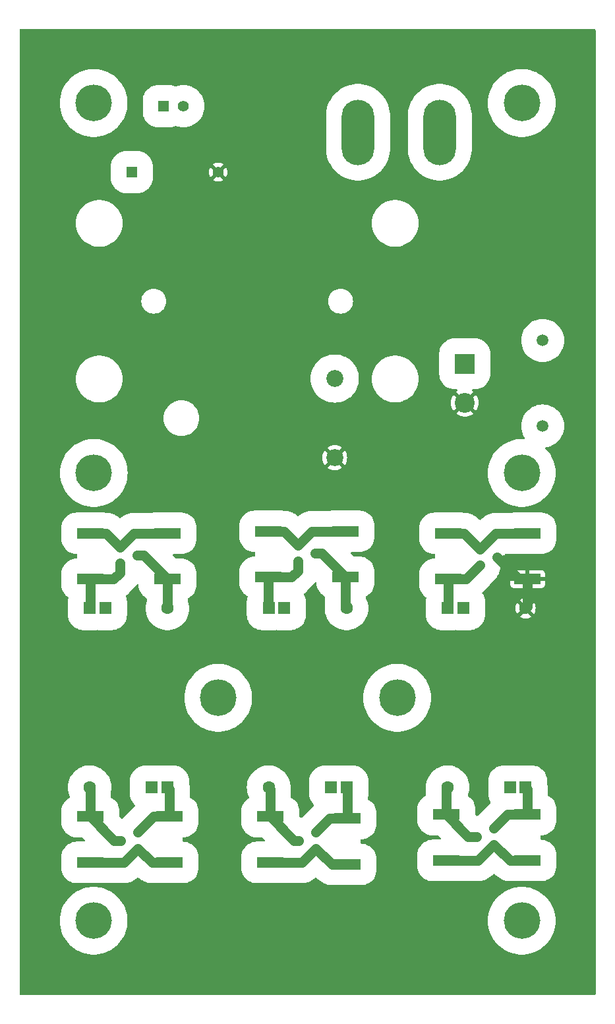
<source format=gbr>
%TF.GenerationSoftware,KiCad,Pcbnew,8.0.8*%
%TF.CreationDate,2025-01-27T11:22:28-05:00*%
%TF.ProjectId,Passive Cap Bank V1,50617373-6976-4652-9043-61702042616e,1.0*%
%TF.SameCoordinates,Original*%
%TF.FileFunction,Copper,L2,Bot*%
%TF.FilePolarity,Positive*%
%FSLAX46Y46*%
G04 Gerber Fmt 4.6, Leading zero omitted, Abs format (unit mm)*
G04 Created by KiCad (PCBNEW 8.0.8) date 2025-01-27 11:22:28*
%MOMM*%
%LPD*%
G01*
G04 APERTURE LIST*
G04 Aperture macros list*
%AMRoundRect*
0 Rectangle with rounded corners*
0 $1 Rounding radius*
0 $2 $3 $4 $5 $6 $7 $8 $9 X,Y pos of 4 corners*
0 Add a 4 corners polygon primitive as box body*
4,1,4,$2,$3,$4,$5,$6,$7,$8,$9,$2,$3,0*
0 Add four circle primitives for the rounded corners*
1,1,$1+$1,$2,$3*
1,1,$1+$1,$4,$5*
1,1,$1+$1,$6,$7*
1,1,$1+$1,$8,$9*
0 Add four rect primitives between the rounded corners*
20,1,$1+$1,$2,$3,$4,$5,0*
20,1,$1+$1,$4,$5,$6,$7,0*
20,1,$1+$1,$6,$7,$8,$9,0*
20,1,$1+$1,$8,$9,$2,$3,0*%
G04 Aperture macros list end*
%TA.AperFunction,WasherPad*%
%ADD10C,4.700000*%
%TD*%
%TA.AperFunction,ComponentPad*%
%ADD11R,1.600200X1.600200*%
%TD*%
%TA.AperFunction,ComponentPad*%
%ADD12C,1.600200*%
%TD*%
%TA.AperFunction,ComponentPad*%
%ADD13R,1.397000X1.397000*%
%TD*%
%TA.AperFunction,ComponentPad*%
%ADD14C,1.397000*%
%TD*%
%TA.AperFunction,ComponentPad*%
%ADD15O,4.200000X8.400000*%
%TD*%
%TA.AperFunction,ComponentPad*%
%ADD16C,2.550000*%
%TD*%
%TA.AperFunction,ComponentPad*%
%ADD17R,2.550000X2.550000*%
%TD*%
%TA.AperFunction,ComponentPad*%
%ADD18C,1.508000*%
%TD*%
%TA.AperFunction,SMDPad,CuDef*%
%ADD19RoundRect,0.150000X0.350000X0.150000X-0.350000X0.150000X-0.350000X-0.150000X0.350000X-0.150000X0*%
%TD*%
%TA.AperFunction,SMDPad,CuDef*%
%ADD20RoundRect,0.150000X-0.350000X-0.150000X0.350000X-0.150000X0.350000X0.150000X-0.350000X0.150000X0*%
%TD*%
%TA.AperFunction,SMDPad,CuDef*%
%ADD21R,3.454400X1.320800*%
%TD*%
%TA.AperFunction,SMDPad,CuDef*%
%ADD22R,3.460000X1.330000*%
%TD*%
%TA.AperFunction,ComponentPad*%
%ADD23C,2.184400*%
%TD*%
%TA.AperFunction,Conductor*%
%ADD24C,1.250000*%
%TD*%
G04 APERTURE END LIST*
D10*
%TO.P,REF\u002A\u002A,*%
%TO.N,*%
X60020000Y-60000000D03*
%TD*%
%TO.P,REF\u002A\u002A,*%
%TO.N,*%
X115020000Y-60000000D03*
%TD*%
D11*
%TO.P,C1,1,+*%
%TO.N,V_15*%
X115500000Y-147872041D03*
X113500000Y-147872041D03*
D12*
%TO.P,C1,2,-*%
%TO.N,Net-(C1--)*%
X105500000Y-147872041D03*
%TD*%
D13*
%TO.P,R14,1*%
%TO.N,Net-(D1-K)*%
X64913630Y-68881500D03*
D14*
%TO.P,R14,2*%
%TO.N,GND*%
X76015970Y-68881500D03*
%TD*%
D11*
%TO.P,C5,1,+*%
%TO.N,Net-(C4--)*%
X82500000Y-124872041D03*
X84500000Y-124872041D03*
D12*
%TO.P,C5,2,-*%
%TO.N,Net-(C5--)*%
X92500000Y-124872041D03*
%TD*%
D11*
%TO.P,C3,1,+*%
%TO.N,Net-(C2--)*%
X69500000Y-147872041D03*
X67500000Y-147872041D03*
D12*
%TO.P,C3,2,-*%
%TO.N,Net-(C3--)*%
X59500000Y-147872041D03*
%TD*%
D13*
%TO.P,D1,1,K*%
%TO.N,Net-(D1-K)*%
X69026988Y-60390988D03*
D14*
%TO.P,D1,2,A*%
%TO.N,Net-(D1-A)*%
X71566988Y-60390988D03*
%TD*%
D11*
%TO.P,C2,1,+*%
%TO.N,Net-(C1--)*%
X92500000Y-147872041D03*
X90500000Y-147872041D03*
D12*
%TO.P,C2,2,-*%
%TO.N,Net-(C2--)*%
X82500000Y-147872041D03*
%TD*%
D11*
%TO.P,C4,1,+*%
%TO.N,Net-(C3--)*%
X59500000Y-124872041D03*
X61500000Y-124872041D03*
D12*
%TO.P,C4,2,-*%
%TO.N,Net-(C4--)*%
X69500000Y-124872041D03*
%TD*%
D10*
%TO.P,REF\u002A\u002A,*%
%TO.N,*%
X115020000Y-165000000D03*
%TD*%
%TO.P,REF\u002A\u002A,*%
%TO.N,*%
X76020000Y-136372041D03*
%TD*%
D15*
%TO.P,SW1,1,A*%
%TO.N,V_15*%
X104480000Y-63754000D03*
%TO.P,SW1,2,B*%
%TO.N,Net-(D1-A)*%
X93980000Y-63754000D03*
%TD*%
D11*
%TO.P,C6,1,+*%
%TO.N,Net-(C5--)*%
X105500000Y-124872041D03*
X107500000Y-124872041D03*
D12*
%TO.P,C6,2,-*%
%TO.N,GND*%
X115500000Y-124872041D03*
%TD*%
D16*
%TO.P,J1,N*%
%TO.N,GND*%
X107690000Y-98470000D03*
D17*
%TO.P,J1,P*%
%TO.N,V_15*%
X107690000Y-93470000D03*
D18*
%TO.P,J1,S1*%
%TO.N,N/C*%
X117690000Y-101470000D03*
%TO.P,J1,S2*%
X117690000Y-90470000D03*
%TD*%
D10*
%TO.P,REF\u002A\u002A,*%
%TO.N,*%
X115020000Y-107500000D03*
%TD*%
%TO.P,REF\u002A\u002A,*%
%TO.N,*%
X60040000Y-107500000D03*
%TD*%
%TO.P,REF\u002A\u002A,*%
%TO.N,*%
X60020000Y-165000000D03*
%TD*%
%TO.P,REF\u002A\u002A,*%
%TO.N,*%
X99020000Y-136372041D03*
%TD*%
D19*
%TO.P,Q3,1,C*%
%TO.N,Net-(C2--)*%
X65710600Y-153650241D03*
%TO.P,Q3,2,B*%
%TO.N,Net-(Q3-B)*%
X65710600Y-155710241D03*
%TO.P,Q3,3,E*%
%TO.N,Net-(C3--)*%
X63510600Y-154680241D03*
%TD*%
D20*
%TO.P,Q5,1,C*%
%TO.N,Net-(C4--)*%
X86284600Y-118852241D03*
%TO.P,Q5,2,B*%
%TO.N,Net-(Q5-B)*%
X86284600Y-116792241D03*
%TO.P,Q5,3,E*%
%TO.N,Net-(C5--)*%
X88484600Y-117822241D03*
%TD*%
D21*
%TO.P,R9,1*%
%TO.N,Net-(C4--)*%
X82474600Y-120884241D03*
%TO.P,R9,2*%
%TO.N,Net-(Q5-B)*%
X82474600Y-114991441D03*
%TD*%
%TO.P,R5,1*%
%TO.N,Net-(C2--)*%
X69774600Y-151618241D03*
%TO.P,R5,2*%
%TO.N,Net-(Q3-B)*%
X69774600Y-157511041D03*
%TD*%
%TO.P,R1,1*%
%TO.N,V_15*%
X115748600Y-151364241D03*
%TO.P,R1,2*%
%TO.N,Net-(Q1-B)*%
X115748600Y-157257041D03*
%TD*%
%TO.P,R11,1*%
%TO.N,Net-(C5--)*%
X105588600Y-121138241D03*
%TO.P,R11,2*%
%TO.N,Net-(Q6-B)*%
X105588600Y-115245441D03*
%TD*%
D22*
%TO.P,R10,1*%
%TO.N,Net-(Q5-B)*%
X92380600Y-114996241D03*
%TO.P,R10,2*%
%TO.N,Net-(C5--)*%
X92380600Y-120884241D03*
%TD*%
D20*
%TO.P,Q6,1,C*%
%TO.N,Net-(C5--)*%
X109652600Y-119360241D03*
%TO.P,Q6,2,B*%
%TO.N,Net-(Q6-B)*%
X109652600Y-117300241D03*
%TO.P,Q6,3,E*%
%TO.N,GND*%
X111852600Y-118330241D03*
%TD*%
%TO.P,Q4,1,C*%
%TO.N,Net-(C3--)*%
X63424600Y-119106241D03*
%TO.P,Q4,2,B*%
%TO.N,Net-(Q4-B)*%
X63424600Y-117046241D03*
%TO.P,Q4,3,E*%
%TO.N,Net-(C4--)*%
X65624600Y-118076241D03*
%TD*%
D19*
%TO.P,Q2,1,C*%
%TO.N,Net-(C1--)*%
X88570600Y-153650241D03*
%TO.P,Q2,2,B*%
%TO.N,Net-(Q2-B)*%
X88570600Y-155710241D03*
%TO.P,Q2,3,E*%
%TO.N,Net-(C2--)*%
X86370600Y-154680241D03*
%TD*%
D21*
%TO.P,R3,1*%
%TO.N,Net-(C1--)*%
X92634600Y-151872241D03*
%TO.P,R3,2*%
%TO.N,Net-(Q2-B)*%
X92634600Y-157765041D03*
%TD*%
D22*
%TO.P,R8,1*%
%TO.N,Net-(Q4-B)*%
X69520600Y-115250241D03*
%TO.P,R8,2*%
%TO.N,Net-(C4--)*%
X69520600Y-121138241D03*
%TD*%
D23*
%TO.P,R13,1*%
%TO.N,Net-(D1-A)*%
X90992000Y-95375000D03*
%TO.P,R13,3*%
%TO.N,GND*%
X90992000Y-105535000D03*
%TD*%
D22*
%TO.P,R12,1*%
%TO.N,Net-(Q6-B)*%
X115748600Y-115250241D03*
%TO.P,R12,2*%
%TO.N,GND*%
X115748600Y-121138241D03*
%TD*%
D21*
%TO.P,R7,1*%
%TO.N,Net-(C3--)*%
X59614600Y-121138241D03*
%TO.P,R7,2*%
%TO.N,Net-(Q4-B)*%
X59614600Y-115245441D03*
%TD*%
D22*
%TO.P,R2,1*%
%TO.N,Net-(Q1-B)*%
X105334600Y-157252241D03*
%TO.P,R2,2*%
%TO.N,Net-(C1--)*%
X105334600Y-151364241D03*
%TD*%
%TO.P,R6,1*%
%TO.N,Net-(Q3-B)*%
X59614600Y-157506241D03*
%TO.P,R6,2*%
%TO.N,Net-(C3--)*%
X59614600Y-151618241D03*
%TD*%
%TO.P,R4,1*%
%TO.N,Net-(Q2-B)*%
X82728600Y-157506241D03*
%TO.P,R4,2*%
%TO.N,Net-(C2--)*%
X82728600Y-151618241D03*
%TD*%
D19*
%TO.P,Q1,1,C*%
%TO.N,V_15*%
X111430600Y-153142241D03*
%TO.P,Q1,2,B*%
%TO.N,Net-(Q1-B)*%
X111430600Y-155202241D03*
%TO.P,Q1,3,E*%
%TO.N,Net-(C1--)*%
X109230600Y-154172241D03*
%TD*%
D24*
%TO.N,V_15*%
X113208600Y-151364241D02*
X115748600Y-151364241D01*
X115748600Y-151364241D02*
X115748600Y-148120641D01*
X111430600Y-153142241D02*
X113208600Y-151364241D01*
X115748600Y-148120641D02*
X115500000Y-147872041D01*
%TO.N,Net-(C1--)*%
X105334600Y-148037441D02*
X105500000Y-147872041D01*
X92634600Y-148006641D02*
X92500000Y-147872041D01*
X90348600Y-151872241D02*
X92634600Y-151872241D01*
X105334600Y-151364241D02*
X105334600Y-148037441D01*
X108142600Y-154172241D02*
X105334600Y-151364241D01*
X109230600Y-154172241D02*
X108142600Y-154172241D01*
X88570600Y-153650241D02*
X90348600Y-151872241D01*
X92634600Y-151872241D02*
X92634600Y-148006641D01*
%TO.N,Net-(C2--)*%
X85790600Y-154680241D02*
X82728600Y-151618241D01*
X69774600Y-151618241D02*
X69774600Y-148146641D01*
X69774600Y-148146641D02*
X69500000Y-147872041D01*
X82728600Y-148100641D02*
X82500000Y-147872041D01*
X86370600Y-154680241D02*
X85790600Y-154680241D01*
X69774600Y-151618241D02*
X67742600Y-151618241D01*
X67742600Y-151618241D02*
X65710600Y-153650241D01*
X82728600Y-151618241D02*
X82728600Y-148100641D01*
%TO.N,Net-(C3--)*%
X59614600Y-121138241D02*
X59614600Y-124757441D01*
X63510600Y-154680241D02*
X62676600Y-154680241D01*
X59614600Y-121138241D02*
X62591800Y-121138241D01*
X62591800Y-121138241D02*
X63424600Y-120305441D01*
X59614600Y-124757441D02*
X59500000Y-124872041D01*
X59614600Y-147986641D02*
X59500000Y-147872041D01*
X59614600Y-151618241D02*
X59614600Y-147986641D01*
X63424600Y-120305441D02*
X63424600Y-119106241D01*
X62676600Y-154680241D02*
X59614600Y-151618241D01*
%TO.N,Net-(C4--)*%
X85451800Y-120884241D02*
X86284600Y-120051441D01*
X82474600Y-120884241D02*
X85451800Y-120884241D01*
X65624600Y-118076241D02*
X66458600Y-118076241D01*
X69520600Y-124851441D02*
X69500000Y-124872041D01*
X82474600Y-120884241D02*
X82474600Y-124846641D01*
X69520600Y-121138241D02*
X69520600Y-124851441D01*
X86284600Y-120051441D02*
X86284600Y-118852241D01*
X82474600Y-124846641D02*
X82500000Y-124872041D01*
X66458600Y-118076241D02*
X69520600Y-121138241D01*
%TO.N,Net-(C5--)*%
X107874600Y-121138241D02*
X109652600Y-119360241D01*
X92380600Y-120884241D02*
X92380600Y-124752641D01*
X89318600Y-117822241D02*
X92380600Y-120884241D01*
X105588600Y-124783441D02*
X105500000Y-124872041D01*
X88484600Y-117822241D02*
X89318600Y-117822241D01*
X105588600Y-121138241D02*
X105588600Y-124783441D01*
X105588600Y-121138241D02*
X107874600Y-121138241D01*
X92380600Y-124752641D02*
X92500000Y-124872041D01*
%TO.N,GND*%
X115748600Y-121138241D02*
X115748600Y-124623441D01*
X115748600Y-124623441D02*
X115500000Y-124872041D01*
X114660600Y-121138241D02*
X111852600Y-118330241D01*
X115748600Y-121138241D02*
X114660600Y-121138241D01*
%TO.N,Net-(Q1-B)*%
X105334600Y-157252241D02*
X109380600Y-157252241D01*
X115748600Y-157257041D02*
X113485400Y-157257041D01*
X113485400Y-157257041D02*
X111430600Y-155202241D01*
X109380600Y-157252241D02*
X111430600Y-155202241D01*
%TO.N,Net-(Q2-B)*%
X88570600Y-155710241D02*
X86774600Y-157506241D01*
X92634600Y-157765041D02*
X90625400Y-157765041D01*
X90625400Y-157765041D02*
X88570600Y-155710241D01*
X86774600Y-157506241D02*
X82728600Y-157506241D01*
%TO.N,Net-(Q3-B)*%
X69774600Y-157511041D02*
X67511400Y-157511041D01*
X67511400Y-157511041D02*
X65710600Y-155710241D01*
X59614600Y-157506241D02*
X63914600Y-157506241D01*
X63914600Y-157506241D02*
X65710600Y-155710241D01*
%TO.N,Net-(Q4-B)*%
X61623800Y-115245441D02*
X63424600Y-117046241D01*
X59614600Y-115245441D02*
X61623800Y-115245441D01*
X65220600Y-115250241D02*
X69520600Y-115250241D01*
X63424600Y-117046241D02*
X65220600Y-115250241D01*
%TO.N,Net-(Q5-B)*%
X84483800Y-114991441D02*
X82474600Y-114991441D01*
X86284600Y-116792241D02*
X84483800Y-114991441D01*
X88080600Y-114996241D02*
X92380600Y-114996241D01*
X86284600Y-116792241D02*
X88080600Y-114996241D01*
%TO.N,Net-(Q6-B)*%
X107597800Y-115245441D02*
X109652600Y-117300241D01*
X105588600Y-115245441D02*
X107597800Y-115245441D01*
X115748600Y-115250241D02*
X111702600Y-115250241D01*
X111702600Y-115250241D02*
X109652600Y-117300241D01*
%TD*%
%TA.AperFunction,Conductor*%
%TO.N,GND*%
G36*
X124442539Y-50520185D02*
G01*
X124488294Y-50572989D01*
X124499500Y-50624500D01*
X124499500Y-174375500D01*
X124479815Y-174442539D01*
X124427011Y-174488294D01*
X124375500Y-174499500D01*
X50624500Y-174499500D01*
X50557461Y-174479815D01*
X50511706Y-174427011D01*
X50500500Y-174375500D01*
X50500500Y-165000000D01*
X55664567Y-165000000D01*
X55684289Y-165414014D01*
X55743275Y-165824272D01*
X55840993Y-166227068D01*
X55840996Y-166227079D01*
X55976550Y-166618735D01*
X55976560Y-166618760D01*
X56148739Y-166995779D01*
X56355980Y-167354730D01*
X56355986Y-167354739D01*
X56596397Y-167692349D01*
X56596398Y-167692350D01*
X56867825Y-168005593D01*
X57167798Y-168291617D01*
X57493601Y-168547831D01*
X57842284Y-168771916D01*
X58210688Y-168961841D01*
X58210693Y-168961843D01*
X58210697Y-168961845D01*
X58466848Y-169064392D01*
X58595477Y-169115888D01*
X58993168Y-169232660D01*
X59400157Y-169311101D01*
X59812760Y-169350500D01*
X59812766Y-169350500D01*
X60227234Y-169350500D01*
X60227240Y-169350500D01*
X60639843Y-169311101D01*
X61046832Y-169232660D01*
X61444523Y-169115888D01*
X61829312Y-168961841D01*
X62197717Y-168771916D01*
X62333149Y-168684878D01*
X62546380Y-168547844D01*
X62546388Y-168547838D01*
X62546399Y-168547831D01*
X62872202Y-168291617D01*
X63172175Y-168005593D01*
X63443602Y-167692350D01*
X63684023Y-167354725D01*
X63891263Y-166995775D01*
X64063444Y-166618751D01*
X64199007Y-166227067D01*
X64296725Y-165824271D01*
X64355711Y-165414010D01*
X64375433Y-165000000D01*
X110664567Y-165000000D01*
X110684289Y-165414014D01*
X110743275Y-165824272D01*
X110840993Y-166227068D01*
X110840996Y-166227079D01*
X110976550Y-166618735D01*
X110976560Y-166618760D01*
X111148739Y-166995779D01*
X111355980Y-167354730D01*
X111355986Y-167354739D01*
X111596397Y-167692349D01*
X111596398Y-167692350D01*
X111867825Y-168005593D01*
X112167798Y-168291617D01*
X112493601Y-168547831D01*
X112842284Y-168771916D01*
X113210688Y-168961841D01*
X113210693Y-168961843D01*
X113210697Y-168961845D01*
X113466848Y-169064392D01*
X113595477Y-169115888D01*
X113993168Y-169232660D01*
X114400157Y-169311101D01*
X114812760Y-169350500D01*
X114812766Y-169350500D01*
X115227234Y-169350500D01*
X115227240Y-169350500D01*
X115639843Y-169311101D01*
X116046832Y-169232660D01*
X116444523Y-169115888D01*
X116829312Y-168961841D01*
X117197717Y-168771916D01*
X117333149Y-168684878D01*
X117546380Y-168547844D01*
X117546388Y-168547838D01*
X117546399Y-168547831D01*
X117872202Y-168291617D01*
X118172175Y-168005593D01*
X118443602Y-167692350D01*
X118684023Y-167354725D01*
X118891263Y-166995775D01*
X119063444Y-166618751D01*
X119199007Y-166227067D01*
X119296725Y-165824271D01*
X119355711Y-165414010D01*
X119375433Y-165000000D01*
X119355711Y-164585990D01*
X119296725Y-164175729D01*
X119199007Y-163772933D01*
X119063444Y-163381249D01*
X118891263Y-163004225D01*
X118684023Y-162645275D01*
X118684019Y-162645269D01*
X118684013Y-162645260D01*
X118443602Y-162307650D01*
X118172177Y-161994409D01*
X117872211Y-161708392D01*
X117872202Y-161708383D01*
X117546399Y-161452169D01*
X117546392Y-161452164D01*
X117546380Y-161452155D01*
X117197724Y-161228088D01*
X117197717Y-161228084D01*
X116829302Y-161038154D01*
X116444524Y-160884112D01*
X116444512Y-160884108D01*
X116046837Y-160767341D01*
X116046820Y-160767337D01*
X115639858Y-160688901D01*
X115639846Y-160688899D01*
X115502308Y-160675766D01*
X115227240Y-160649500D01*
X114812760Y-160649500D01*
X114565198Y-160673139D01*
X114400153Y-160688899D01*
X114400141Y-160688901D01*
X113993179Y-160767337D01*
X113993162Y-160767341D01*
X113595487Y-160884108D01*
X113595475Y-160884112D01*
X113210697Y-161038154D01*
X112842287Y-161228082D01*
X112493612Y-161452161D01*
X112493605Y-161452166D01*
X112493601Y-161452169D01*
X112346114Y-161568153D01*
X112167797Y-161708383D01*
X112167788Y-161708392D01*
X111867822Y-161994409D01*
X111596397Y-162307650D01*
X111355986Y-162645260D01*
X111355980Y-162645269D01*
X111148739Y-163004220D01*
X110976560Y-163381239D01*
X110976550Y-163381264D01*
X110840996Y-163772920D01*
X110840993Y-163772931D01*
X110743275Y-164175727D01*
X110684289Y-164585985D01*
X110664567Y-165000000D01*
X64375433Y-165000000D01*
X64355711Y-164585990D01*
X64296725Y-164175729D01*
X64199007Y-163772933D01*
X64063444Y-163381249D01*
X63891263Y-163004225D01*
X63684023Y-162645275D01*
X63684019Y-162645269D01*
X63684013Y-162645260D01*
X63443602Y-162307650D01*
X63172177Y-161994409D01*
X62872211Y-161708392D01*
X62872202Y-161708383D01*
X62546399Y-161452169D01*
X62546392Y-161452164D01*
X62546380Y-161452155D01*
X62197724Y-161228088D01*
X62197717Y-161228084D01*
X61829302Y-161038154D01*
X61444524Y-160884112D01*
X61444512Y-160884108D01*
X61046837Y-160767341D01*
X61046820Y-160767337D01*
X60639858Y-160688901D01*
X60639846Y-160688899D01*
X60502308Y-160675766D01*
X60227240Y-160649500D01*
X59812760Y-160649500D01*
X59565198Y-160673139D01*
X59400153Y-160688899D01*
X59400141Y-160688901D01*
X58993179Y-160767337D01*
X58993162Y-160767341D01*
X58595487Y-160884108D01*
X58595475Y-160884112D01*
X58210697Y-161038154D01*
X57842287Y-161228082D01*
X57493612Y-161452161D01*
X57493605Y-161452166D01*
X57493601Y-161452169D01*
X57346114Y-161568153D01*
X57167797Y-161708383D01*
X57167788Y-161708392D01*
X56867822Y-161994409D01*
X56596397Y-162307650D01*
X56355986Y-162645260D01*
X56355980Y-162645269D01*
X56148739Y-163004220D01*
X55976560Y-163381239D01*
X55976550Y-163381264D01*
X55840996Y-163772920D01*
X55840993Y-163772931D01*
X55743275Y-164175727D01*
X55684289Y-164585985D01*
X55664567Y-165000000D01*
X50500500Y-165000000D01*
X50500500Y-150881790D01*
X55884100Y-150881790D01*
X55884100Y-152354691D01*
X55899404Y-152568674D01*
X55960228Y-152848278D01*
X55960230Y-152848284D01*
X55960231Y-152848287D01*
X56059172Y-153113558D01*
X56060235Y-153116407D01*
X56197370Y-153367550D01*
X56197375Y-153367558D01*
X56368854Y-153596628D01*
X56368870Y-153596646D01*
X56571194Y-153798970D01*
X56571212Y-153798986D01*
X56800282Y-153970465D01*
X56800290Y-153970470D01*
X57051433Y-154107605D01*
X57051432Y-154107605D01*
X57051436Y-154107606D01*
X57051439Y-154107608D01*
X57319554Y-154207610D01*
X57319560Y-154207611D01*
X57319562Y-154207612D01*
X57599166Y-154268436D01*
X57599168Y-154268436D01*
X57599172Y-154268437D01*
X57813152Y-154283741D01*
X58515721Y-154283741D01*
X58582760Y-154303426D01*
X58603402Y-154320060D01*
X58912402Y-154629060D01*
X58945887Y-154690383D01*
X58940903Y-154760075D01*
X58899031Y-154816008D01*
X58833567Y-154840425D01*
X58824721Y-154840741D01*
X57813149Y-154840741D01*
X57599166Y-154856045D01*
X57319562Y-154916869D01*
X57051433Y-155016876D01*
X56800290Y-155154011D01*
X56800282Y-155154016D01*
X56571212Y-155325495D01*
X56571194Y-155325511D01*
X56368870Y-155527835D01*
X56368854Y-155527853D01*
X56197375Y-155756923D01*
X56197370Y-155756931D01*
X56060235Y-156008074D01*
X55960228Y-156276203D01*
X55899404Y-156555807D01*
X55884100Y-156769790D01*
X55884100Y-158242691D01*
X55899404Y-158456674D01*
X55960228Y-158736278D01*
X55960230Y-158736284D01*
X55960231Y-158736287D01*
X56059172Y-159001558D01*
X56060235Y-159004407D01*
X56197370Y-159255550D01*
X56197375Y-159255558D01*
X56368854Y-159484628D01*
X56368870Y-159484646D01*
X56571194Y-159686970D01*
X56571212Y-159686986D01*
X56800282Y-159858465D01*
X56800290Y-159858470D01*
X57051433Y-159995605D01*
X57051432Y-159995605D01*
X57051436Y-159995606D01*
X57051439Y-159995608D01*
X57319554Y-160095610D01*
X57319560Y-160095611D01*
X57319562Y-160095612D01*
X57599166Y-160156436D01*
X57599168Y-160156436D01*
X57599172Y-160156437D01*
X57813152Y-160171741D01*
X61416048Y-160171741D01*
X61630028Y-160156437D01*
X61730526Y-160134574D01*
X61756885Y-160131741D01*
X64062048Y-160131741D01*
X64062049Y-160131740D01*
X64231333Y-160112667D01*
X64355066Y-160098726D01*
X64355071Y-160098725D01*
X64355081Y-160098724D01*
X64642577Y-160033105D01*
X64920919Y-159935709D01*
X65186605Y-159807761D01*
X65436295Y-159650870D01*
X65632679Y-159494258D01*
X65697364Y-159467852D01*
X65766059Y-159480608D01*
X65787303Y-159494260D01*
X65806734Y-159509756D01*
X65816182Y-159517290D01*
X65989705Y-159655671D01*
X66186150Y-159779105D01*
X66239395Y-159812561D01*
X66505081Y-159940509D01*
X66662545Y-159995608D01*
X66783411Y-160037901D01*
X66783423Y-160037905D01*
X67070919Y-160103524D01*
X67070925Y-160103524D01*
X67070933Y-160103526D01*
X67266276Y-160125535D01*
X67363949Y-160136540D01*
X67363952Y-160136541D01*
X67363955Y-160136541D01*
X67363956Y-160136541D01*
X67656261Y-160136541D01*
X67682619Y-160139374D01*
X67761967Y-160156636D01*
X67761968Y-160156636D01*
X67761972Y-160156637D01*
X67975952Y-160171941D01*
X71573248Y-160171941D01*
X71787228Y-160156637D01*
X71788148Y-160156437D01*
X72066837Y-160095812D01*
X72066837Y-160095811D01*
X72066846Y-160095810D01*
X72334961Y-159995808D01*
X72586115Y-159858667D01*
X72815195Y-159687180D01*
X73017539Y-159484836D01*
X73189026Y-159255756D01*
X73326167Y-159004602D01*
X73426169Y-158736487D01*
X73426213Y-158736287D01*
X73486995Y-158456874D01*
X73486995Y-158456873D01*
X73486996Y-158456869D01*
X73502300Y-158242889D01*
X73502300Y-156779193D01*
X73486996Y-156565213D01*
X73478290Y-156525193D01*
X73426171Y-156285603D01*
X73426170Y-156285601D01*
X73426169Y-156285595D01*
X73326167Y-156017480D01*
X73202633Y-155791246D01*
X73189029Y-155766331D01*
X73189024Y-155766323D01*
X73017545Y-155537253D01*
X73017529Y-155537235D01*
X72815205Y-155334911D01*
X72815187Y-155334895D01*
X72586117Y-155163416D01*
X72586109Y-155163411D01*
X72334966Y-155026276D01*
X72334967Y-155026276D01*
X72211274Y-154980141D01*
X72066846Y-154926272D01*
X72066843Y-154926271D01*
X72066837Y-154926269D01*
X71787233Y-154865445D01*
X71573250Y-154850141D01*
X71571036Y-154850062D01*
X71571074Y-154848988D01*
X71507961Y-154830456D01*
X71462206Y-154777652D01*
X71451000Y-154726141D01*
X71451000Y-154403141D01*
X71470685Y-154336102D01*
X71523489Y-154290347D01*
X71571063Y-154279997D01*
X71571036Y-154279220D01*
X71573222Y-154279141D01*
X71573248Y-154279141D01*
X71787228Y-154263837D01*
X71989356Y-154219867D01*
X72066837Y-154203012D01*
X72066837Y-154203011D01*
X72066846Y-154203010D01*
X72334961Y-154103008D01*
X72586115Y-153965867D01*
X72815195Y-153794380D01*
X73017539Y-153592036D01*
X73189026Y-153362956D01*
X73326167Y-153111802D01*
X73426169Y-152843687D01*
X73478290Y-152604089D01*
X73486995Y-152564074D01*
X73486995Y-152564073D01*
X73486996Y-152564069D01*
X73502300Y-152350089D01*
X73502300Y-150886393D01*
X73501971Y-150881790D01*
X78998100Y-150881790D01*
X78998100Y-152354691D01*
X79013404Y-152568674D01*
X79074228Y-152848278D01*
X79074230Y-152848284D01*
X79074231Y-152848287D01*
X79173172Y-153113558D01*
X79174235Y-153116407D01*
X79311370Y-153367550D01*
X79311375Y-153367558D01*
X79482854Y-153596628D01*
X79482870Y-153596646D01*
X79685194Y-153798970D01*
X79685212Y-153798986D01*
X79914282Y-153970465D01*
X79914290Y-153970470D01*
X80165433Y-154107605D01*
X80165432Y-154107605D01*
X80165436Y-154107606D01*
X80165439Y-154107608D01*
X80433554Y-154207610D01*
X80433560Y-154207611D01*
X80433562Y-154207612D01*
X80713166Y-154268436D01*
X80713168Y-154268436D01*
X80713172Y-154268437D01*
X80927152Y-154283741D01*
X81629721Y-154283741D01*
X81696760Y-154303426D01*
X81717402Y-154320060D01*
X82026402Y-154629060D01*
X82059887Y-154690383D01*
X82054903Y-154760075D01*
X82013031Y-154816008D01*
X81947567Y-154840425D01*
X81938721Y-154840741D01*
X80927149Y-154840741D01*
X80713166Y-154856045D01*
X80433562Y-154916869D01*
X80165433Y-155016876D01*
X79914290Y-155154011D01*
X79914282Y-155154016D01*
X79685212Y-155325495D01*
X79685194Y-155325511D01*
X79482870Y-155527835D01*
X79482854Y-155527853D01*
X79311375Y-155756923D01*
X79311370Y-155756931D01*
X79174235Y-156008074D01*
X79074228Y-156276203D01*
X79013404Y-156555807D01*
X78998100Y-156769790D01*
X78998100Y-158242691D01*
X79013404Y-158456674D01*
X79074228Y-158736278D01*
X79074230Y-158736284D01*
X79074231Y-158736287D01*
X79173172Y-159001558D01*
X79174235Y-159004407D01*
X79311370Y-159255550D01*
X79311375Y-159255558D01*
X79482854Y-159484628D01*
X79482870Y-159484646D01*
X79685194Y-159686970D01*
X79685212Y-159686986D01*
X79914282Y-159858465D01*
X79914290Y-159858470D01*
X80165433Y-159995605D01*
X80165432Y-159995605D01*
X80165436Y-159995606D01*
X80165439Y-159995608D01*
X80433554Y-160095610D01*
X80433560Y-160095611D01*
X80433562Y-160095612D01*
X80713166Y-160156436D01*
X80713168Y-160156436D01*
X80713172Y-160156437D01*
X80927152Y-160171741D01*
X84530048Y-160171741D01*
X84744028Y-160156437D01*
X84844526Y-160134574D01*
X84870885Y-160131741D01*
X86922048Y-160131741D01*
X86922049Y-160131740D01*
X87091333Y-160112667D01*
X87215066Y-160098726D01*
X87215071Y-160098725D01*
X87215081Y-160098724D01*
X87502577Y-160033105D01*
X87780919Y-159935709D01*
X88046605Y-159807761D01*
X88296295Y-159650870D01*
X88488893Y-159497278D01*
X88553579Y-159470870D01*
X88622274Y-159483627D01*
X88653886Y-159506545D01*
X88664631Y-159517290D01*
X88664632Y-159517291D01*
X88873150Y-159725809D01*
X89103705Y-159909670D01*
X89353395Y-160066561D01*
X89619081Y-160194509D01*
X89777117Y-160249808D01*
X89897423Y-160291905D01*
X90184919Y-160357524D01*
X90184925Y-160357524D01*
X90184933Y-160357526D01*
X90380276Y-160379535D01*
X90477949Y-160390540D01*
X90477952Y-160390541D01*
X90477955Y-160390541D01*
X90516261Y-160390541D01*
X90542619Y-160393374D01*
X90621967Y-160410636D01*
X90621968Y-160410636D01*
X90621972Y-160410637D01*
X90835952Y-160425941D01*
X94433248Y-160425941D01*
X94647228Y-160410637D01*
X94726581Y-160393375D01*
X94926837Y-160349812D01*
X94926837Y-160349811D01*
X94926846Y-160349810D01*
X95194961Y-160249808D01*
X95446115Y-160112667D01*
X95675195Y-159941180D01*
X95877539Y-159738836D01*
X96049026Y-159509756D01*
X96186167Y-159258602D01*
X96286169Y-158990487D01*
X96346996Y-158710869D01*
X96362300Y-158496889D01*
X96362300Y-157033193D01*
X96346996Y-156819213D01*
X96338290Y-156779193D01*
X96286171Y-156539603D01*
X96286170Y-156539601D01*
X96286169Y-156539595D01*
X96186167Y-156271480D01*
X96055179Y-156031595D01*
X96049029Y-156020331D01*
X96049024Y-156020323D01*
X95877545Y-155791253D01*
X95877529Y-155791235D01*
X95675205Y-155588911D01*
X95675187Y-155588895D01*
X95446117Y-155417416D01*
X95446109Y-155417411D01*
X95194966Y-155280276D01*
X95194967Y-155280276D01*
X95087715Y-155240273D01*
X94926846Y-155180272D01*
X94926843Y-155180271D01*
X94926837Y-155180269D01*
X94647233Y-155119445D01*
X94433250Y-155104141D01*
X94431036Y-155104062D01*
X94431074Y-155102988D01*
X94367961Y-155084456D01*
X94322206Y-155031652D01*
X94311000Y-154980141D01*
X94311000Y-154657141D01*
X94330685Y-154590102D01*
X94383489Y-154544347D01*
X94431063Y-154533997D01*
X94431036Y-154533220D01*
X94433222Y-154533141D01*
X94433248Y-154533141D01*
X94647228Y-154517837D01*
X94701298Y-154506075D01*
X94926837Y-154457012D01*
X94926837Y-154457011D01*
X94926846Y-154457010D01*
X95194961Y-154357008D01*
X95446115Y-154219867D01*
X95675195Y-154048380D01*
X95877539Y-153846036D01*
X96049026Y-153616956D01*
X96186167Y-153365802D01*
X96286169Y-153097687D01*
X96338353Y-152857802D01*
X96346995Y-152818074D01*
X96346995Y-152818073D01*
X96346996Y-152818069D01*
X96362300Y-152604089D01*
X96362300Y-151140393D01*
X96346996Y-150926413D01*
X96338290Y-150886393D01*
X96286171Y-150646803D01*
X96286170Y-150646801D01*
X96286169Y-150646795D01*
X96279080Y-150627790D01*
X101604100Y-150627790D01*
X101604100Y-152100691D01*
X101619404Y-152314674D01*
X101680228Y-152594278D01*
X101680230Y-152594284D01*
X101680231Y-152594287D01*
X101778517Y-152857802D01*
X101780235Y-152862407D01*
X101917370Y-153113550D01*
X101917375Y-153113558D01*
X102088854Y-153342628D01*
X102088870Y-153342646D01*
X102291194Y-153544970D01*
X102291212Y-153544986D01*
X102520282Y-153716465D01*
X102520290Y-153716470D01*
X102771433Y-153853605D01*
X102771432Y-153853605D01*
X102771436Y-153853606D01*
X102771439Y-153853608D01*
X103039554Y-153953610D01*
X103039560Y-153953611D01*
X103039562Y-153953612D01*
X103319166Y-154014436D01*
X103319168Y-154014436D01*
X103319172Y-154014437D01*
X103533152Y-154029741D01*
X104235721Y-154029741D01*
X104302760Y-154049426D01*
X104323402Y-154066060D01*
X104632402Y-154375060D01*
X104665887Y-154436383D01*
X104660903Y-154506075D01*
X104619031Y-154562008D01*
X104553567Y-154586425D01*
X104544721Y-154586741D01*
X103533149Y-154586741D01*
X103319166Y-154602045D01*
X103039562Y-154662869D01*
X102771433Y-154762876D01*
X102520290Y-154900011D01*
X102520282Y-154900016D01*
X102291212Y-155071495D01*
X102291194Y-155071511D01*
X102088870Y-155273835D01*
X102088854Y-155273853D01*
X101917375Y-155502923D01*
X101917370Y-155502931D01*
X101780235Y-155754074D01*
X101680228Y-156022203D01*
X101619404Y-156301807D01*
X101604100Y-156515790D01*
X101604100Y-157988691D01*
X101619404Y-158202674D01*
X101680228Y-158482278D01*
X101680230Y-158482284D01*
X101680231Y-158482287D01*
X101775040Y-158736478D01*
X101780235Y-158750407D01*
X101917370Y-159001550D01*
X101917375Y-159001558D01*
X102088854Y-159230628D01*
X102088870Y-159230646D01*
X102291194Y-159432970D01*
X102291212Y-159432986D01*
X102520282Y-159604465D01*
X102520290Y-159604470D01*
X102771433Y-159741605D01*
X102771432Y-159741605D01*
X102771436Y-159741606D01*
X102771439Y-159741608D01*
X103039554Y-159841610D01*
X103039560Y-159841611D01*
X103039562Y-159841612D01*
X103319166Y-159902436D01*
X103319168Y-159902436D01*
X103319172Y-159902437D01*
X103533152Y-159917741D01*
X107136048Y-159917741D01*
X107350028Y-159902437D01*
X107450526Y-159880574D01*
X107476885Y-159877741D01*
X109528048Y-159877741D01*
X109528049Y-159877740D01*
X109697333Y-159858667D01*
X109821066Y-159844726D01*
X109821071Y-159844725D01*
X109821081Y-159844724D01*
X110108577Y-159779105D01*
X110386919Y-159681709D01*
X110652605Y-159553761D01*
X110902295Y-159396870D01*
X111132850Y-159213009D01*
X111341368Y-159004491D01*
X111341368Y-159004490D01*
X111342919Y-159002940D01*
X111404242Y-158969455D01*
X111473934Y-158974439D01*
X111518281Y-159002940D01*
X111524631Y-159009290D01*
X111524632Y-159009291D01*
X111733150Y-159217809D01*
X111963705Y-159401670D01*
X112213395Y-159558561D01*
X112479081Y-159686509D01*
X112551785Y-159711949D01*
X112636543Y-159741608D01*
X112636544Y-159741608D01*
X112701607Y-159764374D01*
X112757423Y-159783905D01*
X113044919Y-159849524D01*
X113044925Y-159849524D01*
X113044933Y-159849526D01*
X113240276Y-159871535D01*
X113337949Y-159882540D01*
X113337952Y-159882541D01*
X113337955Y-159882541D01*
X113630261Y-159882541D01*
X113656619Y-159885374D01*
X113735967Y-159902636D01*
X113735968Y-159902636D01*
X113735972Y-159902637D01*
X113949952Y-159917941D01*
X117547248Y-159917941D01*
X117761228Y-159902637D01*
X117762148Y-159902437D01*
X118040837Y-159841812D01*
X118040837Y-159841811D01*
X118040846Y-159841810D01*
X118308961Y-159741808D01*
X118560115Y-159604667D01*
X118789195Y-159433180D01*
X118991539Y-159230836D01*
X119163026Y-159001756D01*
X119300167Y-158750602D01*
X119400169Y-158482487D01*
X119400213Y-158482287D01*
X119460995Y-158202874D01*
X119460995Y-158202873D01*
X119460996Y-158202869D01*
X119476300Y-157988889D01*
X119476300Y-156525193D01*
X119460996Y-156311213D01*
X119453378Y-156276195D01*
X119400171Y-156031603D01*
X119400170Y-156031601D01*
X119400169Y-156031595D01*
X119300167Y-155763480D01*
X119296588Y-155756926D01*
X119163029Y-155512331D01*
X119163024Y-155512323D01*
X118991545Y-155283253D01*
X118991529Y-155283235D01*
X118789205Y-155080911D01*
X118789187Y-155080895D01*
X118560117Y-154909416D01*
X118560109Y-154909411D01*
X118308966Y-154772276D01*
X118308967Y-154772276D01*
X118089403Y-154690383D01*
X118040846Y-154672272D01*
X118040843Y-154672271D01*
X118040837Y-154672269D01*
X117761233Y-154611445D01*
X117547250Y-154596141D01*
X117545036Y-154596062D01*
X117545074Y-154594988D01*
X117481961Y-154576456D01*
X117436206Y-154523652D01*
X117425000Y-154472141D01*
X117425000Y-154149141D01*
X117444685Y-154082102D01*
X117497489Y-154036347D01*
X117545063Y-154025997D01*
X117545036Y-154025220D01*
X117547222Y-154025141D01*
X117547248Y-154025141D01*
X117761228Y-154009837D01*
X117942210Y-153970467D01*
X118040837Y-153949012D01*
X118040837Y-153949011D01*
X118040846Y-153949010D01*
X118308961Y-153849008D01*
X118560115Y-153711867D01*
X118789195Y-153540380D01*
X118991539Y-153338036D01*
X119163026Y-153108956D01*
X119300167Y-152857802D01*
X119400169Y-152589687D01*
X119460996Y-152310069D01*
X119476300Y-152096089D01*
X119476300Y-150632393D01*
X119460996Y-150418413D01*
X119459995Y-150413813D01*
X119400171Y-150138803D01*
X119400170Y-150138801D01*
X119400169Y-150138795D01*
X119300167Y-149870680D01*
X119299209Y-149868926D01*
X119163029Y-149619531D01*
X119163024Y-149619523D01*
X118991545Y-149390453D01*
X118991529Y-149390435D01*
X118789205Y-149188111D01*
X118789187Y-149188095D01*
X118560117Y-149016616D01*
X118560115Y-149016615D01*
X118438672Y-148950301D01*
X118389267Y-148900895D01*
X118374100Y-148841469D01*
X118374100Y-147973193D01*
X118374099Y-147973189D01*
X118371846Y-147953196D01*
X118344014Y-147706174D01*
X118341085Y-147680174D01*
X118341082Y-147680156D01*
X118303709Y-147516412D01*
X118300600Y-147488820D01*
X118300600Y-147000493D01*
X118285296Y-146786513D01*
X118247553Y-146613012D01*
X118224471Y-146506903D01*
X118224470Y-146506901D01*
X118224469Y-146506895D01*
X118124467Y-146238780D01*
X118031648Y-146068796D01*
X117987329Y-145987631D01*
X117987324Y-145987623D01*
X117815845Y-145758553D01*
X117815829Y-145758535D01*
X117613505Y-145556211D01*
X117613487Y-145556195D01*
X117384417Y-145384716D01*
X117384409Y-145384711D01*
X117133266Y-145247576D01*
X117133267Y-145247576D01*
X116964282Y-145184548D01*
X116865146Y-145147572D01*
X116865143Y-145147571D01*
X116865137Y-145147569D01*
X116585533Y-145086745D01*
X116371550Y-145071441D01*
X116371548Y-145071441D01*
X114628452Y-145071441D01*
X114628448Y-145071441D01*
X114508845Y-145079994D01*
X114491155Y-145079994D01*
X114371551Y-145071441D01*
X114371548Y-145071441D01*
X112628452Y-145071441D01*
X112628449Y-145071441D01*
X112414466Y-145086745D01*
X112134862Y-145147569D01*
X111866733Y-145247576D01*
X111615590Y-145384711D01*
X111615582Y-145384716D01*
X111386512Y-145556195D01*
X111386494Y-145556211D01*
X111184170Y-145758535D01*
X111184154Y-145758553D01*
X111012675Y-145987623D01*
X111012670Y-145987631D01*
X110875535Y-146238774D01*
X110775528Y-146506903D01*
X110714704Y-146786507D01*
X110699400Y-147000490D01*
X110699400Y-148743591D01*
X110714704Y-148957574D01*
X110775528Y-149237178D01*
X110775530Y-149237184D01*
X110775531Y-149237187D01*
X110817410Y-149349469D01*
X110875535Y-149505308D01*
X111000218Y-149733647D01*
X111015070Y-149801920D01*
X110990653Y-149867385D01*
X110979067Y-149880755D01*
X109469829Y-151389994D01*
X109469825Y-151389998D01*
X109382061Y-151500053D01*
X109324873Y-151540194D01*
X109285114Y-151546741D01*
X109281479Y-151546741D01*
X109214440Y-151527056D01*
X109193798Y-151510422D01*
X109101419Y-151418043D01*
X109067934Y-151356720D01*
X109065100Y-151330362D01*
X109065100Y-150627793D01*
X109049796Y-150413813D01*
X109042153Y-150378680D01*
X108988971Y-150134203D01*
X108988970Y-150134201D01*
X108988969Y-150134195D01*
X108888967Y-149866080D01*
X108829104Y-149756450D01*
X108751829Y-149614931D01*
X108751824Y-149614923D01*
X108580345Y-149385853D01*
X108580329Y-149385835D01*
X108378005Y-149183511D01*
X108377987Y-149183495D01*
X108158701Y-149019340D01*
X108116829Y-148963407D01*
X108111845Y-148893715D01*
X108119149Y-148870967D01*
X108136163Y-148831526D01*
X108229728Y-148518998D01*
X108286377Y-148197722D01*
X108305346Y-147872041D01*
X108286377Y-147546360D01*
X108281096Y-147516412D01*
X108229731Y-147225101D01*
X108229730Y-147225100D01*
X108229728Y-147225084D01*
X108136163Y-146912556D01*
X108006949Y-146613004D01*
X107843832Y-146330478D01*
X107649020Y-146068799D01*
X107649018Y-146068796D01*
X107540767Y-145954058D01*
X107425145Y-145831506D01*
X107286940Y-145715538D01*
X107175238Y-145621809D01*
X107175230Y-145621803D01*
X106902676Y-145442541D01*
X106611148Y-145296130D01*
X106611142Y-145296127D01*
X106304583Y-145184549D01*
X106304580Y-145184548D01*
X105987145Y-145109315D01*
X105922337Y-145101740D01*
X105663116Y-145071441D01*
X105336884Y-145071441D01*
X105101228Y-145098985D01*
X105012854Y-145109315D01*
X104695419Y-145184548D01*
X104695416Y-145184549D01*
X104388857Y-145296127D01*
X104388851Y-145296130D01*
X104097323Y-145442541D01*
X103824769Y-145621803D01*
X103824761Y-145621809D01*
X103574855Y-145831506D01*
X103574853Y-145831508D01*
X103350981Y-146068796D01*
X103350979Y-146068799D01*
X103156165Y-146330482D01*
X102993053Y-146612999D01*
X102993047Y-146613012D01*
X102863836Y-146912556D01*
X102770272Y-147225085D01*
X102770268Y-147225101D01*
X102713624Y-147546348D01*
X102713623Y-147546359D01*
X102694654Y-147872036D01*
X102694654Y-147872045D01*
X102708890Y-148116460D01*
X102709100Y-148123670D01*
X102709100Y-148835340D01*
X102689415Y-148902379D01*
X102644528Y-148944172D01*
X102520284Y-149012015D01*
X102520282Y-149012016D01*
X102291212Y-149183495D01*
X102291194Y-149183511D01*
X102088870Y-149385835D01*
X102088854Y-149385853D01*
X101917375Y-149614923D01*
X101917370Y-149614931D01*
X101780235Y-149866074D01*
X101680228Y-150134203D01*
X101619404Y-150413807D01*
X101604100Y-150627790D01*
X96279080Y-150627790D01*
X96186167Y-150378680D01*
X96125694Y-150267933D01*
X96049029Y-150127531D01*
X96049024Y-150127523D01*
X95877545Y-149898453D01*
X95877529Y-149898435D01*
X95675205Y-149696111D01*
X95675187Y-149696095D01*
X95446117Y-149524616D01*
X95446115Y-149524615D01*
X95324672Y-149458301D01*
X95275267Y-149408895D01*
X95260100Y-149349469D01*
X95260100Y-149086723D01*
X95262934Y-149060364D01*
X95264902Y-149051318D01*
X95285296Y-148957569D01*
X95300600Y-148743589D01*
X95300600Y-147000493D01*
X95285296Y-146786513D01*
X95247553Y-146613012D01*
X95224471Y-146506903D01*
X95224470Y-146506901D01*
X95224469Y-146506895D01*
X95124467Y-146238780D01*
X95031648Y-146068796D01*
X94987329Y-145987631D01*
X94987324Y-145987623D01*
X94815845Y-145758553D01*
X94815829Y-145758535D01*
X94613505Y-145556211D01*
X94613487Y-145556195D01*
X94384417Y-145384716D01*
X94384409Y-145384711D01*
X94133266Y-145247576D01*
X94133267Y-145247576D01*
X93964282Y-145184548D01*
X93865146Y-145147572D01*
X93865143Y-145147571D01*
X93865137Y-145147569D01*
X93585533Y-145086745D01*
X93371550Y-145071441D01*
X93371548Y-145071441D01*
X91628452Y-145071441D01*
X91628448Y-145071441D01*
X91508845Y-145079994D01*
X91491155Y-145079994D01*
X91371551Y-145071441D01*
X91371548Y-145071441D01*
X89628452Y-145071441D01*
X89628449Y-145071441D01*
X89414466Y-145086745D01*
X89134862Y-145147569D01*
X88866733Y-145247576D01*
X88615590Y-145384711D01*
X88615582Y-145384716D01*
X88386512Y-145556195D01*
X88386494Y-145556211D01*
X88184170Y-145758535D01*
X88184154Y-145758553D01*
X88012675Y-145987623D01*
X88012670Y-145987631D01*
X87875535Y-146238774D01*
X87775528Y-146506903D01*
X87714704Y-146786507D01*
X87699400Y-147000490D01*
X87699400Y-148743591D01*
X87714704Y-148957574D01*
X87775528Y-149237178D01*
X87775530Y-149237184D01*
X87775531Y-149237187D01*
X87875533Y-149505302D01*
X87875535Y-149505307D01*
X88012670Y-149756450D01*
X88012675Y-149756458D01*
X88184154Y-149985528D01*
X88184170Y-149985546D01*
X88265542Y-150066918D01*
X88299027Y-150128241D01*
X88294043Y-150197933D01*
X88265542Y-150242280D01*
X86753280Y-151754542D01*
X86691957Y-151788027D01*
X86622265Y-151783043D01*
X86577918Y-151754542D01*
X86495419Y-151672043D01*
X86461934Y-151610720D01*
X86459100Y-151584362D01*
X86459100Y-150881793D01*
X86443796Y-150667813D01*
X86436090Y-150632390D01*
X86382971Y-150388203D01*
X86382970Y-150388201D01*
X86382969Y-150388195D01*
X86282967Y-150120080D01*
X86253938Y-150066918D01*
X86145829Y-149868931D01*
X86145824Y-149868923D01*
X85974345Y-149639853D01*
X85974329Y-149639835D01*
X85772005Y-149437511D01*
X85771987Y-149437495D01*
X85542917Y-149266016D01*
X85542915Y-149266015D01*
X85418672Y-149198172D01*
X85369267Y-149148766D01*
X85354100Y-149089340D01*
X85354100Y-147953193D01*
X85354099Y-147953189D01*
X85344955Y-147872036D01*
X85343094Y-147855517D01*
X85321085Y-147660174D01*
X85321084Y-147660169D01*
X85321083Y-147660160D01*
X85257407Y-147381182D01*
X85256183Y-147375121D01*
X85229730Y-147225095D01*
X85229728Y-147225085D01*
X85229728Y-147225084D01*
X85136163Y-146912556D01*
X85006949Y-146613004D01*
X84843832Y-146330478D01*
X84649020Y-146068799D01*
X84649018Y-146068796D01*
X84540767Y-145954058D01*
X84425145Y-145831506D01*
X84286940Y-145715538D01*
X84175238Y-145621809D01*
X84175230Y-145621803D01*
X83902676Y-145442541D01*
X83611148Y-145296130D01*
X83611142Y-145296127D01*
X83304583Y-145184549D01*
X83304580Y-145184548D01*
X82987145Y-145109315D01*
X82922337Y-145101740D01*
X82663116Y-145071441D01*
X82336884Y-145071441D01*
X82101228Y-145098985D01*
X82012854Y-145109315D01*
X81695419Y-145184548D01*
X81695416Y-145184549D01*
X81388857Y-145296127D01*
X81388851Y-145296130D01*
X81097323Y-145442541D01*
X80824769Y-145621803D01*
X80824761Y-145621809D01*
X80574855Y-145831506D01*
X80574853Y-145831508D01*
X80350981Y-146068796D01*
X80350979Y-146068799D01*
X80156165Y-146330482D01*
X79993053Y-146612999D01*
X79993047Y-146613012D01*
X79863836Y-146912556D01*
X79770272Y-147225085D01*
X79770268Y-147225101D01*
X79713624Y-147546348D01*
X79713623Y-147546359D01*
X79694654Y-147872037D01*
X79694654Y-147872044D01*
X79713623Y-148197722D01*
X79713624Y-148197733D01*
X79770268Y-148518980D01*
X79770270Y-148518991D01*
X79770272Y-148518998D01*
X79813386Y-148663011D01*
X79863836Y-148831525D01*
X79980378Y-149101700D01*
X79988856Y-149171054D01*
X79958493Y-149233981D01*
X79925955Y-149259641D01*
X79914286Y-149266013D01*
X79914285Y-149266014D01*
X79685212Y-149437495D01*
X79685194Y-149437511D01*
X79482870Y-149639835D01*
X79482854Y-149639853D01*
X79311375Y-149868923D01*
X79311370Y-149868931D01*
X79174235Y-150120074D01*
X79074228Y-150388203D01*
X79013404Y-150667807D01*
X78998100Y-150881790D01*
X73501971Y-150881790D01*
X73486996Y-150672413D01*
X73485995Y-150667813D01*
X73426171Y-150392803D01*
X73426170Y-150392801D01*
X73426169Y-150392795D01*
X73326167Y-150124680D01*
X73294626Y-150066918D01*
X73189029Y-149873531D01*
X73189024Y-149873523D01*
X73017545Y-149644453D01*
X73017529Y-149644435D01*
X72815205Y-149442111D01*
X72815187Y-149442095D01*
X72586117Y-149270616D01*
X72586115Y-149270615D01*
X72464672Y-149204301D01*
X72415267Y-149154895D01*
X72400100Y-149095469D01*
X72400100Y-147999193D01*
X72400099Y-147999189D01*
X72397170Y-147973196D01*
X72367083Y-147706160D01*
X72330607Y-147546348D01*
X72303709Y-147428497D01*
X72300600Y-147400905D01*
X72300600Y-147000493D01*
X72285296Y-146786513D01*
X72247553Y-146613012D01*
X72224471Y-146506903D01*
X72224470Y-146506901D01*
X72224469Y-146506895D01*
X72124467Y-146238780D01*
X72031648Y-146068796D01*
X71987329Y-145987631D01*
X71987324Y-145987623D01*
X71815845Y-145758553D01*
X71815829Y-145758535D01*
X71613505Y-145556211D01*
X71613487Y-145556195D01*
X71384417Y-145384716D01*
X71384409Y-145384711D01*
X71133266Y-145247576D01*
X71133267Y-145247576D01*
X70964282Y-145184548D01*
X70865146Y-145147572D01*
X70865143Y-145147571D01*
X70865137Y-145147569D01*
X70585533Y-145086745D01*
X70371550Y-145071441D01*
X70371548Y-145071441D01*
X68628452Y-145071441D01*
X68628448Y-145071441D01*
X68508845Y-145079994D01*
X68491155Y-145079994D01*
X68371551Y-145071441D01*
X68371548Y-145071441D01*
X66628452Y-145071441D01*
X66628449Y-145071441D01*
X66414466Y-145086745D01*
X66134862Y-145147569D01*
X65866733Y-145247576D01*
X65615590Y-145384711D01*
X65615582Y-145384716D01*
X65386512Y-145556195D01*
X65386494Y-145556211D01*
X65184170Y-145758535D01*
X65184154Y-145758553D01*
X65012675Y-145987623D01*
X65012670Y-145987631D01*
X64875535Y-146238774D01*
X64775528Y-146506903D01*
X64714704Y-146786507D01*
X64699400Y-147000490D01*
X64699400Y-148743591D01*
X64714704Y-148957574D01*
X64775528Y-149237178D01*
X64775530Y-149237184D01*
X64775531Y-149237187D01*
X64875533Y-149505302D01*
X64875535Y-149505307D01*
X65012670Y-149756450D01*
X65012675Y-149756458D01*
X65184154Y-149985528D01*
X65184170Y-149985546D01*
X65335542Y-150136918D01*
X65369027Y-150198241D01*
X65364043Y-150267933D01*
X65335542Y-150312280D01*
X63766280Y-151881542D01*
X63704957Y-151915027D01*
X63635265Y-151910043D01*
X63590918Y-151881542D01*
X63381419Y-151672043D01*
X63347934Y-151610720D01*
X63345100Y-151584362D01*
X63345100Y-150881793D01*
X63329796Y-150667813D01*
X63322090Y-150632390D01*
X63268971Y-150388203D01*
X63268970Y-150388201D01*
X63268969Y-150388195D01*
X63168967Y-150120080D01*
X63139938Y-150066918D01*
X63031829Y-149868931D01*
X63031824Y-149868923D01*
X62860345Y-149639853D01*
X62860329Y-149639835D01*
X62658005Y-149437511D01*
X62657987Y-149437495D01*
X62428917Y-149266016D01*
X62428915Y-149266015D01*
X62304672Y-149198172D01*
X62255267Y-149148766D01*
X62240100Y-149089340D01*
X62240100Y-148471021D01*
X62241984Y-148449489D01*
X62286375Y-148197733D01*
X62286374Y-148197733D01*
X62286377Y-148197722D01*
X62305346Y-147872041D01*
X62286377Y-147546360D01*
X62281096Y-147516412D01*
X62229731Y-147225101D01*
X62229730Y-147225100D01*
X62229728Y-147225084D01*
X62136163Y-146912556D01*
X62006949Y-146613004D01*
X61843832Y-146330478D01*
X61649020Y-146068799D01*
X61649018Y-146068796D01*
X61540767Y-145954058D01*
X61425145Y-145831506D01*
X61286940Y-145715538D01*
X61175238Y-145621809D01*
X61175230Y-145621803D01*
X60902676Y-145442541D01*
X60611148Y-145296130D01*
X60611142Y-145296127D01*
X60304583Y-145184549D01*
X60304580Y-145184548D01*
X59987145Y-145109315D01*
X59922337Y-145101740D01*
X59663116Y-145071441D01*
X59336884Y-145071441D01*
X59101228Y-145098985D01*
X59012854Y-145109315D01*
X58695419Y-145184548D01*
X58695416Y-145184549D01*
X58388857Y-145296127D01*
X58388851Y-145296130D01*
X58097323Y-145442541D01*
X57824769Y-145621803D01*
X57824761Y-145621809D01*
X57574855Y-145831506D01*
X57574853Y-145831508D01*
X57350981Y-146068796D01*
X57350979Y-146068799D01*
X57156165Y-146330482D01*
X56993053Y-146612999D01*
X56993047Y-146613012D01*
X56863836Y-146912556D01*
X56770272Y-147225085D01*
X56770268Y-147225101D01*
X56713624Y-147546348D01*
X56713623Y-147546359D01*
X56694654Y-147872037D01*
X56694654Y-147872044D01*
X56713623Y-148197722D01*
X56713624Y-148197733D01*
X56770268Y-148518980D01*
X56770270Y-148518991D01*
X56770272Y-148518998D01*
X56813386Y-148663011D01*
X56863836Y-148831525D01*
X56958646Y-149051318D01*
X56967124Y-149120672D01*
X56936761Y-149183599D01*
X56904215Y-149209264D01*
X56800284Y-149266015D01*
X56800282Y-149266016D01*
X56571212Y-149437495D01*
X56571194Y-149437511D01*
X56368870Y-149639835D01*
X56368854Y-149639853D01*
X56197375Y-149868923D01*
X56197370Y-149868931D01*
X56060235Y-150120074D01*
X55960228Y-150388203D01*
X55899404Y-150667807D01*
X55884100Y-150881790D01*
X50500500Y-150881790D01*
X50500500Y-136372041D01*
X71664567Y-136372041D01*
X71684289Y-136786055D01*
X71743275Y-137196313D01*
X71840993Y-137599109D01*
X71840996Y-137599120D01*
X71976550Y-137990776D01*
X71976560Y-137990801D01*
X72148739Y-138367820D01*
X72355980Y-138726771D01*
X72355986Y-138726780D01*
X72596397Y-139064390D01*
X72596398Y-139064391D01*
X72867825Y-139377634D01*
X73167798Y-139663658D01*
X73493601Y-139919872D01*
X73842284Y-140143957D01*
X74210688Y-140333882D01*
X74210693Y-140333884D01*
X74210697Y-140333886D01*
X74466848Y-140436433D01*
X74595477Y-140487929D01*
X74993168Y-140604701D01*
X75400157Y-140683142D01*
X75812760Y-140722541D01*
X75812766Y-140722541D01*
X76227234Y-140722541D01*
X76227240Y-140722541D01*
X76639843Y-140683142D01*
X77046832Y-140604701D01*
X77444523Y-140487929D01*
X77829312Y-140333882D01*
X78197717Y-140143957D01*
X78333149Y-140056919D01*
X78546380Y-139919885D01*
X78546388Y-139919879D01*
X78546399Y-139919872D01*
X78872202Y-139663658D01*
X79172175Y-139377634D01*
X79443602Y-139064391D01*
X79684023Y-138726766D01*
X79891263Y-138367816D01*
X80063444Y-137990792D01*
X80199007Y-137599108D01*
X80296725Y-137196312D01*
X80355711Y-136786051D01*
X80375433Y-136372041D01*
X94664567Y-136372041D01*
X94684289Y-136786055D01*
X94743275Y-137196313D01*
X94840993Y-137599109D01*
X94840996Y-137599120D01*
X94976550Y-137990776D01*
X94976560Y-137990801D01*
X95148739Y-138367820D01*
X95355980Y-138726771D01*
X95355986Y-138726780D01*
X95596397Y-139064390D01*
X95596398Y-139064391D01*
X95867825Y-139377634D01*
X96167798Y-139663658D01*
X96493601Y-139919872D01*
X96842284Y-140143957D01*
X97210688Y-140333882D01*
X97210693Y-140333884D01*
X97210697Y-140333886D01*
X97466848Y-140436433D01*
X97595477Y-140487929D01*
X97993168Y-140604701D01*
X98400157Y-140683142D01*
X98812760Y-140722541D01*
X98812766Y-140722541D01*
X99227234Y-140722541D01*
X99227240Y-140722541D01*
X99639843Y-140683142D01*
X100046832Y-140604701D01*
X100444523Y-140487929D01*
X100829312Y-140333882D01*
X101197717Y-140143957D01*
X101333149Y-140056919D01*
X101546380Y-139919885D01*
X101546388Y-139919879D01*
X101546399Y-139919872D01*
X101872202Y-139663658D01*
X102172175Y-139377634D01*
X102443602Y-139064391D01*
X102684023Y-138726766D01*
X102891263Y-138367816D01*
X103063444Y-137990792D01*
X103199007Y-137599108D01*
X103296725Y-137196312D01*
X103355711Y-136786051D01*
X103375433Y-136372041D01*
X103355711Y-135958031D01*
X103296725Y-135547770D01*
X103199007Y-135144974D01*
X103063444Y-134753290D01*
X102891263Y-134376266D01*
X102684023Y-134017316D01*
X102684019Y-134017310D01*
X102684013Y-134017301D01*
X102443602Y-133679691D01*
X102172177Y-133366450D01*
X101872211Y-133080433D01*
X101872202Y-133080424D01*
X101546399Y-132824210D01*
X101546392Y-132824205D01*
X101546380Y-132824196D01*
X101197724Y-132600129D01*
X101197717Y-132600125D01*
X100829302Y-132410195D01*
X100444524Y-132256153D01*
X100444512Y-132256149D01*
X100046837Y-132139382D01*
X100046820Y-132139378D01*
X99639858Y-132060942D01*
X99639846Y-132060940D01*
X99502308Y-132047807D01*
X99227240Y-132021541D01*
X98812760Y-132021541D01*
X98565198Y-132045180D01*
X98400153Y-132060940D01*
X98400141Y-132060942D01*
X97993179Y-132139378D01*
X97993162Y-132139382D01*
X97595487Y-132256149D01*
X97595475Y-132256153D01*
X97210697Y-132410195D01*
X96842287Y-132600123D01*
X96493612Y-132824202D01*
X96493605Y-132824207D01*
X96493601Y-132824210D01*
X96346114Y-132940194D01*
X96167797Y-133080424D01*
X96167788Y-133080433D01*
X95867822Y-133366450D01*
X95596397Y-133679691D01*
X95355986Y-134017301D01*
X95355980Y-134017310D01*
X95148739Y-134376261D01*
X94976560Y-134753280D01*
X94976550Y-134753305D01*
X94840996Y-135144961D01*
X94840993Y-135144972D01*
X94743275Y-135547768D01*
X94684289Y-135958026D01*
X94664567Y-136372041D01*
X80375433Y-136372041D01*
X80355711Y-135958031D01*
X80296725Y-135547770D01*
X80199007Y-135144974D01*
X80063444Y-134753290D01*
X79891263Y-134376266D01*
X79684023Y-134017316D01*
X79684019Y-134017310D01*
X79684013Y-134017301D01*
X79443602Y-133679691D01*
X79172177Y-133366450D01*
X78872211Y-133080433D01*
X78872202Y-133080424D01*
X78546399Y-132824210D01*
X78546392Y-132824205D01*
X78546380Y-132824196D01*
X78197724Y-132600129D01*
X78197717Y-132600125D01*
X77829302Y-132410195D01*
X77444524Y-132256153D01*
X77444512Y-132256149D01*
X77046837Y-132139382D01*
X77046820Y-132139378D01*
X76639858Y-132060942D01*
X76639846Y-132060940D01*
X76502308Y-132047807D01*
X76227240Y-132021541D01*
X75812760Y-132021541D01*
X75565198Y-132045180D01*
X75400153Y-132060940D01*
X75400141Y-132060942D01*
X74993179Y-132139378D01*
X74993162Y-132139382D01*
X74595487Y-132256149D01*
X74595475Y-132256153D01*
X74210697Y-132410195D01*
X73842287Y-132600123D01*
X73493612Y-132824202D01*
X73493605Y-132824207D01*
X73493601Y-132824210D01*
X73346114Y-132940194D01*
X73167797Y-133080424D01*
X73167788Y-133080433D01*
X72867822Y-133366450D01*
X72596397Y-133679691D01*
X72355986Y-134017301D01*
X72355980Y-134017310D01*
X72148739Y-134376261D01*
X71976560Y-134753280D01*
X71976550Y-134753305D01*
X71840996Y-135144961D01*
X71840993Y-135144972D01*
X71743275Y-135547768D01*
X71684289Y-135958026D01*
X71664567Y-136372041D01*
X50500500Y-136372041D01*
X50500500Y-114513590D01*
X55886900Y-114513590D01*
X55886900Y-115977291D01*
X55902204Y-116191274D01*
X55963028Y-116470878D01*
X55963030Y-116470884D01*
X55963031Y-116470887D01*
X56061972Y-116736158D01*
X56063035Y-116739007D01*
X56200170Y-116990150D01*
X56200175Y-116990158D01*
X56371654Y-117219228D01*
X56371670Y-117219246D01*
X56573994Y-117421570D01*
X56574012Y-117421586D01*
X56803082Y-117593065D01*
X56803090Y-117593070D01*
X57054233Y-117730205D01*
X57054232Y-117730205D01*
X57054236Y-117730206D01*
X57054239Y-117730208D01*
X57322354Y-117830210D01*
X57322360Y-117830211D01*
X57322362Y-117830212D01*
X57601966Y-117891036D01*
X57601968Y-117891036D01*
X57601972Y-117891037D01*
X57815952Y-117906341D01*
X57815977Y-117906341D01*
X57818164Y-117906420D01*
X57818125Y-117907493D01*
X57881239Y-117926026D01*
X57926994Y-117978830D01*
X57938200Y-118030341D01*
X57938200Y-118353341D01*
X57918515Y-118420380D01*
X57865711Y-118466135D01*
X57818136Y-118476484D01*
X57818164Y-118477262D01*
X57815949Y-118477341D01*
X57601966Y-118492645D01*
X57322362Y-118553469D01*
X57054233Y-118653476D01*
X56803090Y-118790611D01*
X56803082Y-118790616D01*
X56574012Y-118962095D01*
X56573994Y-118962111D01*
X56371670Y-119164435D01*
X56371654Y-119164453D01*
X56200175Y-119393523D01*
X56200170Y-119393531D01*
X56063035Y-119644674D01*
X55963028Y-119912803D01*
X55902204Y-120192407D01*
X55886900Y-120406390D01*
X55886900Y-121870091D01*
X55902204Y-122084074D01*
X55963028Y-122363678D01*
X55963030Y-122363684D01*
X55963031Y-122363687D01*
X56061972Y-122628958D01*
X56063035Y-122631807D01*
X56200170Y-122882950D01*
X56200175Y-122882958D01*
X56371654Y-123112028D01*
X56371670Y-123112046D01*
X56573994Y-123314370D01*
X56574012Y-123314386D01*
X56719527Y-123423317D01*
X56761399Y-123479250D01*
X56766383Y-123548942D01*
X56714704Y-123786507D01*
X56699400Y-124000490D01*
X56699400Y-125743591D01*
X56714704Y-125957574D01*
X56775528Y-126237178D01*
X56775530Y-126237184D01*
X56775531Y-126237187D01*
X56875533Y-126505302D01*
X56875535Y-126505307D01*
X57012670Y-126756450D01*
X57012675Y-126756458D01*
X57184154Y-126985528D01*
X57184170Y-126985546D01*
X57386494Y-127187870D01*
X57386512Y-127187886D01*
X57615582Y-127359365D01*
X57615590Y-127359370D01*
X57866733Y-127496505D01*
X57866732Y-127496505D01*
X57866736Y-127496506D01*
X57866739Y-127496508D01*
X58134854Y-127596510D01*
X58134860Y-127596511D01*
X58134862Y-127596512D01*
X58414466Y-127657336D01*
X58414468Y-127657336D01*
X58414472Y-127657337D01*
X58628452Y-127672641D01*
X60371547Y-127672641D01*
X60371548Y-127672641D01*
X60491163Y-127664086D01*
X60508837Y-127664086D01*
X60628452Y-127672641D01*
X62371548Y-127672641D01*
X62585528Y-127657337D01*
X62865146Y-127596510D01*
X63133261Y-127496508D01*
X63384415Y-127359367D01*
X63613495Y-127187880D01*
X63815839Y-126985536D01*
X63987326Y-126756456D01*
X64124467Y-126505302D01*
X64224469Y-126237187D01*
X64247552Y-126131078D01*
X64285295Y-125957574D01*
X64285295Y-125957573D01*
X64285296Y-125957569D01*
X64300600Y-125743589D01*
X64300600Y-124000493D01*
X64285296Y-123786513D01*
X64275574Y-123741823D01*
X64252237Y-123634544D01*
X64224469Y-123506895D01*
X64166042Y-123350247D01*
X64161058Y-123280556D01*
X64194543Y-123219233D01*
X64204900Y-123209976D01*
X64344050Y-123099009D01*
X64552568Y-122890491D01*
X64552568Y-122890490D01*
X64555665Y-122887394D01*
X64555678Y-122887379D01*
X65385368Y-122057691D01*
X65395223Y-122045334D01*
X65502658Y-121910613D01*
X65569229Y-121827136D01*
X65569231Y-121827132D01*
X65570821Y-121825139D01*
X65628009Y-121784998D01*
X65697820Y-121782148D01*
X65758090Y-121817493D01*
X65789684Y-121879812D01*
X65791452Y-121893604D01*
X65805404Y-122088674D01*
X65866228Y-122368278D01*
X65866230Y-122368284D01*
X65866231Y-122368287D01*
X65965172Y-122633558D01*
X65966235Y-122636407D01*
X66103370Y-122887550D01*
X66103375Y-122887558D01*
X66274854Y-123116628D01*
X66274870Y-123116646D01*
X66477194Y-123318970D01*
X66477212Y-123318986D01*
X66706282Y-123490465D01*
X66706295Y-123490473D01*
X66830526Y-123558308D01*
X66879932Y-123607713D01*
X66895100Y-123667140D01*
X66895100Y-123814475D01*
X66884959Y-123863588D01*
X66863837Y-123912552D01*
X66837510Y-124000493D01*
X66771943Y-124219505D01*
X66770272Y-124225085D01*
X66770268Y-124225101D01*
X66713624Y-124546348D01*
X66713623Y-124546359D01*
X66694654Y-124872037D01*
X66694654Y-124872044D01*
X66713623Y-125197722D01*
X66713624Y-125197733D01*
X66770268Y-125518980D01*
X66770270Y-125518991D01*
X66770272Y-125518998D01*
X66813386Y-125663011D01*
X66863836Y-125831525D01*
X66993047Y-126131069D01*
X66993053Y-126131082D01*
X67019626Y-126177107D01*
X67156168Y-126413604D01*
X67224438Y-126505307D01*
X67350979Y-126675282D01*
X67350981Y-126675285D01*
X67427557Y-126756450D01*
X67574855Y-126912576D01*
X67739560Y-127050779D01*
X67824761Y-127122272D01*
X67824769Y-127122278D01*
X68097323Y-127301540D01*
X68097327Y-127301542D01*
X68388859Y-127447955D01*
X68695418Y-127559533D01*
X69012857Y-127634767D01*
X69336884Y-127672641D01*
X69336892Y-127672641D01*
X69663108Y-127672641D01*
X69663116Y-127672641D01*
X69987143Y-127634767D01*
X70304582Y-127559533D01*
X70611141Y-127447955D01*
X70902673Y-127301542D01*
X71175236Y-127122274D01*
X71425145Y-126912576D01*
X71649020Y-126675283D01*
X71843832Y-126413604D01*
X72006949Y-126131078D01*
X72136163Y-125831526D01*
X72229728Y-125518998D01*
X72286377Y-125197722D01*
X72305346Y-124872041D01*
X72286377Y-124546360D01*
X72244900Y-124311129D01*
X72229730Y-124225092D01*
X72229727Y-124225082D01*
X72228057Y-124219505D01*
X72151309Y-123963146D01*
X72146100Y-123927582D01*
X72146100Y-123667140D01*
X72165785Y-123600101D01*
X72210674Y-123558308D01*
X72334904Y-123490473D01*
X72334903Y-123490473D01*
X72334915Y-123490467D01*
X72563995Y-123318980D01*
X72766339Y-123116636D01*
X72937826Y-122887556D01*
X73074967Y-122636402D01*
X73174969Y-122368287D01*
X73235796Y-122088669D01*
X73251100Y-121874689D01*
X73251100Y-120401793D01*
X73235796Y-120187813D01*
X73228090Y-120152390D01*
X73174971Y-119908203D01*
X73174970Y-119908201D01*
X73174969Y-119908195D01*
X73074967Y-119640080D01*
X72938780Y-119390674D01*
X72937829Y-119388931D01*
X72937824Y-119388923D01*
X72766345Y-119159853D01*
X72766329Y-119159835D01*
X72564005Y-118957511D01*
X72563987Y-118957495D01*
X72334917Y-118786016D01*
X72334909Y-118786011D01*
X72083766Y-118648876D01*
X72083767Y-118648876D01*
X71976515Y-118608873D01*
X71815646Y-118548872D01*
X71815643Y-118548871D01*
X71815637Y-118548869D01*
X71536033Y-118488045D01*
X71322050Y-118472741D01*
X71322048Y-118472741D01*
X70619479Y-118472741D01*
X70552440Y-118453056D01*
X70531798Y-118436422D01*
X70222798Y-118127422D01*
X70189313Y-118066099D01*
X70194297Y-117996407D01*
X70236169Y-117940474D01*
X70301633Y-117916057D01*
X70310479Y-117915741D01*
X71322048Y-117915741D01*
X71536028Y-117900437D01*
X71579240Y-117891037D01*
X71815637Y-117839612D01*
X71815637Y-117839611D01*
X71815646Y-117839610D01*
X72083761Y-117739608D01*
X72334915Y-117602467D01*
X72563995Y-117430980D01*
X72766339Y-117228636D01*
X72937826Y-116999556D01*
X73074967Y-116748402D01*
X73174969Y-116480287D01*
X73235796Y-116200669D01*
X73251100Y-115986689D01*
X73251100Y-114513793D01*
X73235796Y-114299813D01*
X73235752Y-114299613D01*
X73227046Y-114259590D01*
X78746900Y-114259590D01*
X78746900Y-115723291D01*
X78762204Y-115937274D01*
X78823028Y-116216878D01*
X78823030Y-116216884D01*
X78823031Y-116216887D01*
X78923033Y-116485002D01*
X78923035Y-116485007D01*
X79060170Y-116736150D01*
X79060175Y-116736158D01*
X79231654Y-116965228D01*
X79231670Y-116965246D01*
X79433994Y-117167570D01*
X79434012Y-117167586D01*
X79663082Y-117339065D01*
X79663090Y-117339070D01*
X79914233Y-117476205D01*
X79914232Y-117476205D01*
X79914236Y-117476206D01*
X79914239Y-117476208D01*
X80182354Y-117576210D01*
X80182360Y-117576211D01*
X80182362Y-117576212D01*
X80461966Y-117637036D01*
X80461968Y-117637036D01*
X80461972Y-117637037D01*
X80675952Y-117652341D01*
X80675977Y-117652341D01*
X80678164Y-117652420D01*
X80678125Y-117653493D01*
X80741239Y-117672026D01*
X80786994Y-117724830D01*
X80798200Y-117776341D01*
X80798200Y-118099341D01*
X80778515Y-118166380D01*
X80725711Y-118212135D01*
X80678136Y-118222484D01*
X80678164Y-118223262D01*
X80675949Y-118223341D01*
X80461966Y-118238645D01*
X80182362Y-118299469D01*
X79914233Y-118399476D01*
X79663090Y-118536611D01*
X79663082Y-118536616D01*
X79434012Y-118708095D01*
X79433994Y-118708111D01*
X79231670Y-118910435D01*
X79231654Y-118910453D01*
X79060175Y-119139523D01*
X79060170Y-119139531D01*
X78923035Y-119390674D01*
X78823028Y-119658803D01*
X78762204Y-119938407D01*
X78746900Y-120152390D01*
X78746900Y-121616091D01*
X78762204Y-121830074D01*
X78823028Y-122109678D01*
X78823030Y-122109684D01*
X78823031Y-122109687D01*
X78919481Y-122368278D01*
X78923035Y-122377807D01*
X79060170Y-122628950D01*
X79060175Y-122628958D01*
X79231654Y-122858028D01*
X79231670Y-122858046D01*
X79433994Y-123060370D01*
X79434012Y-123060386D01*
X79663082Y-123231865D01*
X79663090Y-123231870D01*
X79747424Y-123277920D01*
X79796829Y-123327325D01*
X79811681Y-123395598D01*
X79804179Y-123430084D01*
X79775530Y-123506896D01*
X79775530Y-123506897D01*
X79714704Y-123786507D01*
X79699400Y-124000490D01*
X79699400Y-125743591D01*
X79714704Y-125957574D01*
X79775528Y-126237178D01*
X79775530Y-126237184D01*
X79775531Y-126237187D01*
X79875533Y-126505302D01*
X79875535Y-126505307D01*
X80012670Y-126756450D01*
X80012675Y-126756458D01*
X80184154Y-126985528D01*
X80184170Y-126985546D01*
X80386494Y-127187870D01*
X80386512Y-127187886D01*
X80615582Y-127359365D01*
X80615590Y-127359370D01*
X80866733Y-127496505D01*
X80866732Y-127496505D01*
X80866736Y-127496506D01*
X80866739Y-127496508D01*
X81134854Y-127596510D01*
X81134860Y-127596511D01*
X81134862Y-127596512D01*
X81414466Y-127657336D01*
X81414468Y-127657336D01*
X81414472Y-127657337D01*
X81628452Y-127672641D01*
X83371547Y-127672641D01*
X83371548Y-127672641D01*
X83491163Y-127664086D01*
X83508837Y-127664086D01*
X83628452Y-127672641D01*
X85371548Y-127672641D01*
X85585528Y-127657337D01*
X85865146Y-127596510D01*
X86133261Y-127496508D01*
X86384415Y-127359367D01*
X86613495Y-127187880D01*
X86815839Y-126985536D01*
X86987326Y-126756456D01*
X87124467Y-126505302D01*
X87224469Y-126237187D01*
X87247552Y-126131078D01*
X87285295Y-125957574D01*
X87285295Y-125957573D01*
X87285296Y-125957569D01*
X87300600Y-125743589D01*
X87300600Y-124000493D01*
X87285296Y-123786513D01*
X87275574Y-123741823D01*
X87224471Y-123506903D01*
X87224469Y-123506897D01*
X87224469Y-123506895D01*
X87124467Y-123238780D01*
X87048740Y-123100097D01*
X87033889Y-123031828D01*
X87058305Y-122966363D01*
X87080253Y-122943732D01*
X87204050Y-122845009D01*
X87412568Y-122636491D01*
X87412568Y-122636490D01*
X87415665Y-122633394D01*
X87415678Y-122633379D01*
X88245368Y-121803691D01*
X88429229Y-121573136D01*
X88429231Y-121573132D01*
X88430821Y-121571139D01*
X88488009Y-121530998D01*
X88557820Y-121528148D01*
X88618090Y-121563493D01*
X88649684Y-121625812D01*
X88651452Y-121639604D01*
X88665404Y-121834674D01*
X88726228Y-122114278D01*
X88726230Y-122114284D01*
X88726231Y-122114287D01*
X88824517Y-122377802D01*
X88826235Y-122382407D01*
X88963370Y-122633550D01*
X88963375Y-122633558D01*
X89134854Y-122862628D01*
X89134870Y-122862646D01*
X89337194Y-123064970D01*
X89337212Y-123064986D01*
X89566282Y-123236465D01*
X89566295Y-123236473D01*
X89690526Y-123304308D01*
X89739932Y-123353713D01*
X89755100Y-123413140D01*
X89755100Y-124300281D01*
X89753216Y-124321813D01*
X89713624Y-124546348D01*
X89713623Y-124546359D01*
X89694654Y-124872037D01*
X89694654Y-124872044D01*
X89713623Y-125197722D01*
X89713624Y-125197733D01*
X89770268Y-125518980D01*
X89770270Y-125518991D01*
X89770272Y-125518998D01*
X89813386Y-125663011D01*
X89863836Y-125831525D01*
X89993047Y-126131069D01*
X89993053Y-126131082D01*
X90019626Y-126177107D01*
X90156168Y-126413604D01*
X90224438Y-126505307D01*
X90350979Y-126675282D01*
X90350981Y-126675285D01*
X90427557Y-126756450D01*
X90574855Y-126912576D01*
X90739560Y-127050779D01*
X90824761Y-127122272D01*
X90824769Y-127122278D01*
X91097323Y-127301540D01*
X91097327Y-127301542D01*
X91388859Y-127447955D01*
X91695418Y-127559533D01*
X92012857Y-127634767D01*
X92336884Y-127672641D01*
X92336892Y-127672641D01*
X92663108Y-127672641D01*
X92663116Y-127672641D01*
X92987143Y-127634767D01*
X93304582Y-127559533D01*
X93611141Y-127447955D01*
X93902673Y-127301542D01*
X94175236Y-127122274D01*
X94425145Y-126912576D01*
X94649020Y-126675283D01*
X94843832Y-126413604D01*
X95006949Y-126131078D01*
X95136163Y-125831526D01*
X95229728Y-125518998D01*
X95286377Y-125197722D01*
X95305346Y-124872041D01*
X95286377Y-124546360D01*
X95229728Y-124225084D01*
X95136163Y-123912556D01*
X95084567Y-123792942D01*
X95016241Y-123634544D01*
X95006100Y-123585430D01*
X95006100Y-123413140D01*
X95025785Y-123346101D01*
X95070674Y-123304308D01*
X95194904Y-123236473D01*
X95194903Y-123236473D01*
X95194915Y-123236467D01*
X95423995Y-123064980D01*
X95626339Y-122862636D01*
X95797826Y-122633556D01*
X95934967Y-122382402D01*
X96034969Y-122114287D01*
X96079274Y-121910620D01*
X96095795Y-121834674D01*
X96095795Y-121834673D01*
X96095796Y-121834669D01*
X96111100Y-121620689D01*
X96111100Y-120147793D01*
X96095796Y-119933813D01*
X96035971Y-119658803D01*
X96034971Y-119654203D01*
X96034970Y-119654201D01*
X96034969Y-119654195D01*
X95934967Y-119386080D01*
X95840346Y-119212796D01*
X95797829Y-119134931D01*
X95797824Y-119134923D01*
X95626345Y-118905853D01*
X95626329Y-118905835D01*
X95424005Y-118703511D01*
X95423987Y-118703495D01*
X95194917Y-118532016D01*
X95194909Y-118532011D01*
X94943766Y-118394876D01*
X94943767Y-118394876D01*
X94832407Y-118353341D01*
X94675646Y-118294872D01*
X94675643Y-118294871D01*
X94675637Y-118294869D01*
X94396033Y-118234045D01*
X94182050Y-118218741D01*
X94182048Y-118218741D01*
X93479479Y-118218741D01*
X93412440Y-118199056D01*
X93391798Y-118182422D01*
X93082798Y-117873422D01*
X93049313Y-117812099D01*
X93054297Y-117742407D01*
X93096169Y-117686474D01*
X93161633Y-117662057D01*
X93170479Y-117661741D01*
X94182048Y-117661741D01*
X94396028Y-117646437D01*
X94439240Y-117637037D01*
X94675637Y-117585612D01*
X94675637Y-117585611D01*
X94675646Y-117585610D01*
X94943761Y-117485608D01*
X95194915Y-117348467D01*
X95423995Y-117176980D01*
X95626339Y-116974636D01*
X95797826Y-116745556D01*
X95934967Y-116494402D01*
X96034969Y-116226287D01*
X96095796Y-115946669D01*
X96111100Y-115732689D01*
X96111100Y-114513590D01*
X101860900Y-114513590D01*
X101860900Y-115977291D01*
X101876204Y-116191274D01*
X101937028Y-116470878D01*
X101937030Y-116470884D01*
X101937031Y-116470887D01*
X102035972Y-116736158D01*
X102037035Y-116739007D01*
X102174170Y-116990150D01*
X102174175Y-116990158D01*
X102345654Y-117219228D01*
X102345670Y-117219246D01*
X102547994Y-117421570D01*
X102548012Y-117421586D01*
X102777082Y-117593065D01*
X102777090Y-117593070D01*
X103028233Y-117730205D01*
X103028232Y-117730205D01*
X103028236Y-117730206D01*
X103028239Y-117730208D01*
X103296354Y-117830210D01*
X103296360Y-117830211D01*
X103296362Y-117830212D01*
X103575966Y-117891036D01*
X103575968Y-117891036D01*
X103575972Y-117891037D01*
X103789952Y-117906341D01*
X103789977Y-117906341D01*
X103792164Y-117906420D01*
X103792125Y-117907493D01*
X103855239Y-117926026D01*
X103900994Y-117978830D01*
X103912200Y-118030341D01*
X103912200Y-118353341D01*
X103892515Y-118420380D01*
X103839711Y-118466135D01*
X103792136Y-118476484D01*
X103792164Y-118477262D01*
X103789949Y-118477341D01*
X103575966Y-118492645D01*
X103296362Y-118553469D01*
X103028233Y-118653476D01*
X102777090Y-118790611D01*
X102777082Y-118790616D01*
X102548012Y-118962095D01*
X102547994Y-118962111D01*
X102345670Y-119164435D01*
X102345654Y-119164453D01*
X102174175Y-119393523D01*
X102174170Y-119393531D01*
X102037035Y-119644674D01*
X101937028Y-119912803D01*
X101876204Y-120192407D01*
X101860900Y-120406390D01*
X101860900Y-121870091D01*
X101876204Y-122084074D01*
X101937028Y-122363678D01*
X101937030Y-122363684D01*
X101937031Y-122363687D01*
X102035972Y-122628958D01*
X102037035Y-122631807D01*
X102174170Y-122882950D01*
X102174175Y-122882958D01*
X102345654Y-123112028D01*
X102345670Y-123112046D01*
X102547994Y-123314370D01*
X102548000Y-123314375D01*
X102548005Y-123314380D01*
X102595918Y-123350247D01*
X102715887Y-123440055D01*
X102757758Y-123495989D01*
X102762742Y-123565680D01*
X102714704Y-123786507D01*
X102699400Y-124000490D01*
X102699400Y-125743591D01*
X102714704Y-125957574D01*
X102775528Y-126237178D01*
X102775530Y-126237184D01*
X102775531Y-126237187D01*
X102875533Y-126505302D01*
X102875535Y-126505307D01*
X103012670Y-126756450D01*
X103012675Y-126756458D01*
X103184154Y-126985528D01*
X103184170Y-126985546D01*
X103386494Y-127187870D01*
X103386512Y-127187886D01*
X103615582Y-127359365D01*
X103615590Y-127359370D01*
X103866733Y-127496505D01*
X103866732Y-127496505D01*
X103866736Y-127496506D01*
X103866739Y-127496508D01*
X104134854Y-127596510D01*
X104134860Y-127596511D01*
X104134862Y-127596512D01*
X104414466Y-127657336D01*
X104414468Y-127657336D01*
X104414472Y-127657337D01*
X104628452Y-127672641D01*
X106371547Y-127672641D01*
X106371548Y-127672641D01*
X106491163Y-127664086D01*
X106508837Y-127664086D01*
X106628452Y-127672641D01*
X108371548Y-127672641D01*
X108585528Y-127657337D01*
X108865146Y-127596510D01*
X109133261Y-127496508D01*
X109384415Y-127359367D01*
X109613495Y-127187880D01*
X109815839Y-126985536D01*
X109987326Y-126756456D01*
X110124467Y-126505302D01*
X110224469Y-126237187D01*
X110247552Y-126131078D01*
X110285295Y-125957574D01*
X110285295Y-125957573D01*
X110285296Y-125957569D01*
X110300600Y-125743589D01*
X110300600Y-124872040D01*
X114194934Y-124872040D01*
X114194934Y-124872041D01*
X114214760Y-125098658D01*
X114214762Y-125098668D01*
X114273636Y-125318392D01*
X114273640Y-125318401D01*
X114369782Y-125524577D01*
X114420901Y-125597584D01*
X114420902Y-125597585D01*
X114979396Y-125039091D01*
X114991116Y-125082828D01*
X115063011Y-125207354D01*
X115164687Y-125309030D01*
X115289213Y-125380925D01*
X115332949Y-125392644D01*
X114774454Y-125951137D01*
X114847466Y-126002260D01*
X114847468Y-126002261D01*
X115053639Y-126098400D01*
X115053648Y-126098404D01*
X115273372Y-126157278D01*
X115273382Y-126157280D01*
X115499999Y-126177107D01*
X115500001Y-126177107D01*
X115726617Y-126157280D01*
X115726627Y-126157278D01*
X115946351Y-126098404D01*
X115946360Y-126098400D01*
X116152530Y-126002262D01*
X116225544Y-125951137D01*
X115667050Y-125392644D01*
X115710787Y-125380925D01*
X115835313Y-125309030D01*
X115936989Y-125207354D01*
X116008884Y-125082828D01*
X116020603Y-125039092D01*
X116579096Y-125597585D01*
X116630221Y-125524571D01*
X116726359Y-125318401D01*
X116726363Y-125318392D01*
X116785237Y-125098668D01*
X116785239Y-125098658D01*
X116805066Y-124872041D01*
X116805066Y-124872040D01*
X116785239Y-124645423D01*
X116785237Y-124645413D01*
X116726363Y-124425689D01*
X116726359Y-124425680D01*
X116630220Y-124219509D01*
X116630219Y-124219507D01*
X116579096Y-124146496D01*
X116579096Y-124146495D01*
X116020602Y-124704989D01*
X116008884Y-124661254D01*
X115936989Y-124536728D01*
X115835313Y-124435052D01*
X115710787Y-124363157D01*
X115667049Y-124351437D01*
X116225544Y-123792943D01*
X116225543Y-123792942D01*
X116152536Y-123741823D01*
X115946360Y-123645681D01*
X115946351Y-123645677D01*
X115726627Y-123586803D01*
X115726617Y-123586801D01*
X115500001Y-123566975D01*
X115499999Y-123566975D01*
X115273382Y-123586801D01*
X115273372Y-123586803D01*
X115053648Y-123645677D01*
X115053639Y-123645681D01*
X114847464Y-123741822D01*
X114774454Y-123792942D01*
X115332950Y-124351437D01*
X115289213Y-124363157D01*
X115164687Y-124435052D01*
X115063011Y-124536728D01*
X114991116Y-124661254D01*
X114979396Y-124704990D01*
X114420901Y-124146495D01*
X114369781Y-124219505D01*
X114273640Y-124425680D01*
X114273636Y-124425689D01*
X114214762Y-124645413D01*
X114214760Y-124645423D01*
X114194934Y-124872040D01*
X110300600Y-124872040D01*
X110300600Y-124000493D01*
X110285296Y-123786513D01*
X110275574Y-123741823D01*
X110224471Y-123506903D01*
X110224469Y-123506897D01*
X110224469Y-123506895D01*
X110124467Y-123238780D01*
X110123207Y-123236473D01*
X109987329Y-122987631D01*
X109987323Y-122987621D01*
X109945076Y-122931187D01*
X109920658Y-122865723D01*
X109935509Y-122797450D01*
X109956657Y-122769199D01*
X110874772Y-121851085D01*
X113518600Y-121851085D01*
X113525001Y-121910613D01*
X113525003Y-121910620D01*
X113575245Y-122045327D01*
X113575249Y-122045334D01*
X113661409Y-122160428D01*
X113661412Y-122160431D01*
X113776506Y-122246591D01*
X113776513Y-122246595D01*
X113911220Y-122296837D01*
X113911227Y-122296839D01*
X113970755Y-122303240D01*
X113970772Y-122303241D01*
X115498600Y-122303241D01*
X115998600Y-122303241D01*
X117526428Y-122303241D01*
X117526444Y-122303240D01*
X117585972Y-122296839D01*
X117585979Y-122296837D01*
X117720686Y-122246595D01*
X117720693Y-122246591D01*
X117835787Y-122160431D01*
X117835790Y-122160428D01*
X117921950Y-122045334D01*
X117921954Y-122045327D01*
X117972196Y-121910620D01*
X117972198Y-121910613D01*
X117978599Y-121851085D01*
X117978600Y-121851068D01*
X117978600Y-121388241D01*
X115998600Y-121388241D01*
X115998600Y-122303241D01*
X115498600Y-122303241D01*
X115498600Y-121388241D01*
X113518600Y-121388241D01*
X113518600Y-121851085D01*
X110874772Y-121851085D01*
X111613368Y-121112490D01*
X111797230Y-120881936D01*
X111954120Y-120632246D01*
X112053734Y-120425396D01*
X113518600Y-120425396D01*
X113518600Y-120888241D01*
X115498600Y-120888241D01*
X115998600Y-120888241D01*
X117978600Y-120888241D01*
X117978600Y-120425413D01*
X117978599Y-120425396D01*
X117972198Y-120365868D01*
X117972196Y-120365861D01*
X117921954Y-120231154D01*
X117921950Y-120231147D01*
X117835790Y-120116053D01*
X117835787Y-120116050D01*
X117720693Y-120029890D01*
X117720686Y-120029886D01*
X117585979Y-119979644D01*
X117585972Y-119979642D01*
X117526444Y-119973241D01*
X115998600Y-119973241D01*
X115998600Y-120888241D01*
X115498600Y-120888241D01*
X115498600Y-119973241D01*
X113970755Y-119973241D01*
X113911227Y-119979642D01*
X113911220Y-119979644D01*
X113776513Y-120029886D01*
X113776506Y-120029890D01*
X113661412Y-120116050D01*
X113661409Y-120116053D01*
X113575249Y-120231147D01*
X113575245Y-120231154D01*
X113525003Y-120365861D01*
X113525001Y-120365868D01*
X113518600Y-120425396D01*
X112053734Y-120425396D01*
X112082068Y-120366559D01*
X112179464Y-120088218D01*
X112245083Y-119800722D01*
X112278100Y-119507685D01*
X112278100Y-119228284D01*
X112297785Y-119161245D01*
X112350589Y-119115490D01*
X112367506Y-119109207D01*
X112462797Y-119081522D01*
X112604152Y-118997926D01*
X112604161Y-118997919D01*
X112720278Y-118881802D01*
X112720285Y-118881793D01*
X112803881Y-118740439D01*
X112849700Y-118582727D01*
X112849895Y-118580242D01*
X112849895Y-118580241D01*
X112384978Y-118580241D01*
X112317939Y-118560556D01*
X112272184Y-118507752D01*
X112262240Y-118438594D01*
X112291265Y-118375038D01*
X112297297Y-118368560D01*
X112549298Y-118116560D01*
X112610621Y-118083075D01*
X112636979Y-118080241D01*
X112849895Y-118080241D01*
X112849895Y-118080239D01*
X112849700Y-118077752D01*
X112849699Y-118077746D01*
X112837087Y-118034336D01*
X112837286Y-117964467D01*
X112875228Y-117905797D01*
X112938866Y-117876953D01*
X112956163Y-117875741D01*
X113606315Y-117875741D01*
X113632673Y-117878574D01*
X113733167Y-117900436D01*
X113733168Y-117900436D01*
X113733172Y-117900437D01*
X113947152Y-117915741D01*
X117550048Y-117915741D01*
X117764028Y-117900437D01*
X117807240Y-117891037D01*
X118043637Y-117839612D01*
X118043637Y-117839611D01*
X118043646Y-117839610D01*
X118311761Y-117739608D01*
X118562915Y-117602467D01*
X118791995Y-117430980D01*
X118994339Y-117228636D01*
X119165826Y-116999556D01*
X119302967Y-116748402D01*
X119402969Y-116480287D01*
X119463796Y-116200669D01*
X119479100Y-115986689D01*
X119479100Y-114513793D01*
X119463796Y-114299813D01*
X119463752Y-114299613D01*
X119402971Y-114020203D01*
X119402970Y-114020201D01*
X119402969Y-114020195D01*
X119302967Y-113752080D01*
X119165826Y-113500926D01*
X119165680Y-113500731D01*
X118994345Y-113271853D01*
X118994329Y-113271835D01*
X118792005Y-113069511D01*
X118791987Y-113069495D01*
X118562917Y-112898016D01*
X118562909Y-112898011D01*
X118311766Y-112760876D01*
X118311767Y-112760876D01*
X118121529Y-112689921D01*
X118043646Y-112660872D01*
X118043643Y-112660871D01*
X118043637Y-112660869D01*
X117764033Y-112600045D01*
X117550050Y-112584741D01*
X117550048Y-112584741D01*
X113947152Y-112584741D01*
X113947149Y-112584741D01*
X113733168Y-112600045D01*
X113632674Y-112621907D01*
X113606315Y-112624741D01*
X111555148Y-112624741D01*
X111262133Y-112657755D01*
X111262115Y-112657758D01*
X110974623Y-112723376D01*
X110974611Y-112723380D01*
X110696277Y-112820774D01*
X110536302Y-112897815D01*
X110430597Y-112948719D01*
X110180906Y-113105610D01*
X110052639Y-113207900D01*
X109950350Y-113289472D01*
X109746632Y-113493191D01*
X109741832Y-113497991D01*
X109741828Y-113497995D01*
X109740268Y-113499555D01*
X109740253Y-113499570D01*
X109678919Y-113533035D01*
X109609229Y-113528028D01*
X109564932Y-113499555D01*
X109561699Y-113496323D01*
X109561680Y-113496302D01*
X109350049Y-113284672D01*
X109253779Y-113207900D01*
X109119495Y-113100812D01*
X108869805Y-112943921D01*
X108869802Y-112943919D01*
X108604122Y-112815974D01*
X108325788Y-112718580D01*
X108325776Y-112718576D01*
X108038284Y-112652958D01*
X108038266Y-112652955D01*
X107745251Y-112619941D01*
X107745245Y-112619941D01*
X107706939Y-112619941D01*
X107680580Y-112617107D01*
X107601230Y-112599845D01*
X107601233Y-112599845D01*
X107387250Y-112584541D01*
X107387248Y-112584541D01*
X103789952Y-112584541D01*
X103789949Y-112584541D01*
X103575966Y-112599845D01*
X103296362Y-112660669D01*
X103028233Y-112760676D01*
X102777090Y-112897811D01*
X102777085Y-112897815D01*
X102548012Y-113069295D01*
X102547994Y-113069311D01*
X102345670Y-113271635D01*
X102345654Y-113271653D01*
X102174175Y-113500723D01*
X102174170Y-113500731D01*
X102037035Y-113751874D01*
X101937028Y-114020003D01*
X101876204Y-114299607D01*
X101860900Y-114513590D01*
X96111100Y-114513590D01*
X96111100Y-114259793D01*
X96095796Y-114045813D01*
X96095752Y-114045613D01*
X96034971Y-113766203D01*
X96034970Y-113766201D01*
X96034969Y-113766195D01*
X95934967Y-113498080D01*
X95934936Y-113498024D01*
X95797829Y-113246931D01*
X95797824Y-113246923D01*
X95626345Y-113017853D01*
X95626329Y-113017835D01*
X95424005Y-112815511D01*
X95423987Y-112815495D01*
X95194917Y-112644016D01*
X95194909Y-112644011D01*
X94943766Y-112506876D01*
X94943767Y-112506876D01*
X94830356Y-112464576D01*
X94675646Y-112406872D01*
X94675643Y-112406871D01*
X94675637Y-112406869D01*
X94396033Y-112346045D01*
X94182050Y-112330741D01*
X94182048Y-112330741D01*
X90579152Y-112330741D01*
X90579149Y-112330741D01*
X90365168Y-112346045D01*
X90264674Y-112367907D01*
X90238315Y-112370741D01*
X88231494Y-112370741D01*
X88231458Y-112370740D01*
X88228045Y-112370740D01*
X87933156Y-112370740D01*
X87933152Y-112370740D01*
X87640131Y-112403756D01*
X87640115Y-112403758D01*
X87352623Y-112469376D01*
X87352621Y-112469377D01*
X87074280Y-112566772D01*
X86808597Y-112694719D01*
X86558906Y-112851610D01*
X86362522Y-113008221D01*
X86297835Y-113034630D01*
X86229140Y-113021873D01*
X86207896Y-113008221D01*
X86133285Y-112948721D01*
X86005495Y-112846812D01*
X85809048Y-112723376D01*
X85755802Y-112689919D01*
X85490122Y-112561974D01*
X85211788Y-112464580D01*
X85211776Y-112464576D01*
X84924284Y-112398958D01*
X84924266Y-112398955D01*
X84631251Y-112365941D01*
X84631245Y-112365941D01*
X84592939Y-112365941D01*
X84566580Y-112363107D01*
X84487230Y-112345845D01*
X84487233Y-112345845D01*
X84273250Y-112330541D01*
X84273248Y-112330541D01*
X80675952Y-112330541D01*
X80675949Y-112330541D01*
X80461966Y-112345845D01*
X80182362Y-112406669D01*
X79914233Y-112506676D01*
X79663090Y-112643811D01*
X79663082Y-112643816D01*
X79434012Y-112815295D01*
X79433994Y-112815311D01*
X79231670Y-113017635D01*
X79231654Y-113017653D01*
X79060175Y-113246723D01*
X79060170Y-113246731D01*
X78923035Y-113497874D01*
X78823028Y-113766003D01*
X78762204Y-114045607D01*
X78746900Y-114259590D01*
X73227046Y-114259590D01*
X73174971Y-114020203D01*
X73174970Y-114020201D01*
X73174969Y-114020195D01*
X73074967Y-113752080D01*
X72937826Y-113500926D01*
X72937680Y-113500731D01*
X72766345Y-113271853D01*
X72766329Y-113271835D01*
X72564005Y-113069511D01*
X72563987Y-113069495D01*
X72334917Y-112898016D01*
X72334909Y-112898011D01*
X72083766Y-112760876D01*
X72083767Y-112760876D01*
X71893529Y-112689921D01*
X71815646Y-112660872D01*
X71815643Y-112660871D01*
X71815637Y-112660869D01*
X71536033Y-112600045D01*
X71322050Y-112584741D01*
X71322048Y-112584741D01*
X67719152Y-112584741D01*
X67719149Y-112584741D01*
X67505168Y-112600045D01*
X67404674Y-112621907D01*
X67378315Y-112624741D01*
X65371494Y-112624741D01*
X65371458Y-112624740D01*
X65368045Y-112624740D01*
X65073156Y-112624740D01*
X65073152Y-112624740D01*
X64780131Y-112657756D01*
X64780115Y-112657758D01*
X64492623Y-112723376D01*
X64492621Y-112723377D01*
X64214280Y-112820772D01*
X63948597Y-112948719D01*
X63698906Y-113105610D01*
X63502522Y-113262221D01*
X63437835Y-113288630D01*
X63369140Y-113275873D01*
X63347896Y-113262221D01*
X63279779Y-113207900D01*
X63145495Y-113100812D01*
X62895805Y-112943921D01*
X62895802Y-112943919D01*
X62630122Y-112815974D01*
X62351788Y-112718580D01*
X62351776Y-112718576D01*
X62064284Y-112652958D01*
X62064266Y-112652955D01*
X61771251Y-112619941D01*
X61771245Y-112619941D01*
X61732939Y-112619941D01*
X61706580Y-112617107D01*
X61627230Y-112599845D01*
X61627233Y-112599845D01*
X61413250Y-112584541D01*
X61413248Y-112584541D01*
X57815952Y-112584541D01*
X57815949Y-112584541D01*
X57601966Y-112599845D01*
X57322362Y-112660669D01*
X57054233Y-112760676D01*
X56803090Y-112897811D01*
X56803085Y-112897815D01*
X56574012Y-113069295D01*
X56573994Y-113069311D01*
X56371670Y-113271635D01*
X56371654Y-113271653D01*
X56200175Y-113500723D01*
X56200170Y-113500731D01*
X56063035Y-113751874D01*
X55963028Y-114020003D01*
X55902204Y-114299607D01*
X55886900Y-114513590D01*
X50500500Y-114513590D01*
X50500500Y-107500000D01*
X55684567Y-107500000D01*
X55704289Y-107914014D01*
X55763275Y-108324272D01*
X55860993Y-108727068D01*
X55860996Y-108727079D01*
X55996550Y-109118735D01*
X55996560Y-109118760D01*
X56168739Y-109495779D01*
X56375980Y-109854730D01*
X56375986Y-109854739D01*
X56616397Y-110192349D01*
X56616398Y-110192350D01*
X56887825Y-110505593D01*
X57187798Y-110791617D01*
X57513601Y-111047831D01*
X57862284Y-111271916D01*
X58230688Y-111461841D01*
X58230693Y-111461843D01*
X58230697Y-111461845D01*
X58486848Y-111564392D01*
X58615477Y-111615888D01*
X59013168Y-111732660D01*
X59420157Y-111811101D01*
X59832760Y-111850500D01*
X59832766Y-111850500D01*
X60247234Y-111850500D01*
X60247240Y-111850500D01*
X60659843Y-111811101D01*
X61066832Y-111732660D01*
X61464523Y-111615888D01*
X61849312Y-111461841D01*
X62217717Y-111271916D01*
X62353149Y-111184878D01*
X62566380Y-111047844D01*
X62566388Y-111047838D01*
X62566399Y-111047831D01*
X62892202Y-110791617D01*
X63192175Y-110505593D01*
X63463602Y-110192350D01*
X63704023Y-109854725D01*
X63911263Y-109495775D01*
X64083444Y-109118751D01*
X64219007Y-108727067D01*
X64316725Y-108324271D01*
X64375711Y-107914010D01*
X64395433Y-107500000D01*
X110664567Y-107500000D01*
X110684289Y-107914014D01*
X110743275Y-108324272D01*
X110840993Y-108727068D01*
X110840996Y-108727079D01*
X110976550Y-109118735D01*
X110976560Y-109118760D01*
X111148739Y-109495779D01*
X111355980Y-109854730D01*
X111355986Y-109854739D01*
X111596397Y-110192349D01*
X111596398Y-110192350D01*
X111867825Y-110505593D01*
X112167798Y-110791617D01*
X112493601Y-111047831D01*
X112842284Y-111271916D01*
X113210688Y-111461841D01*
X113210693Y-111461843D01*
X113210697Y-111461845D01*
X113466848Y-111564392D01*
X113595477Y-111615888D01*
X113993168Y-111732660D01*
X114400157Y-111811101D01*
X114812760Y-111850500D01*
X114812766Y-111850500D01*
X115227234Y-111850500D01*
X115227240Y-111850500D01*
X115639843Y-111811101D01*
X116046832Y-111732660D01*
X116444523Y-111615888D01*
X116829312Y-111461841D01*
X117197717Y-111271916D01*
X117333149Y-111184878D01*
X117546380Y-111047844D01*
X117546388Y-111047838D01*
X117546399Y-111047831D01*
X117872202Y-110791617D01*
X118172175Y-110505593D01*
X118443602Y-110192350D01*
X118684023Y-109854725D01*
X118891263Y-109495775D01*
X119063444Y-109118751D01*
X119199007Y-108727067D01*
X119296725Y-108324271D01*
X119355711Y-107914010D01*
X119375433Y-107500000D01*
X119355711Y-107085990D01*
X119296725Y-106675729D01*
X119199007Y-106272933D01*
X119194558Y-106260079D01*
X119063449Y-105881264D01*
X119063444Y-105881249D01*
X118891263Y-105504225D01*
X118684023Y-105145275D01*
X118684019Y-105145269D01*
X118684013Y-105145260D01*
X118443602Y-104807650D01*
X118172177Y-104494409D01*
X118073409Y-104400234D01*
X118038474Y-104339725D01*
X118041799Y-104269934D01*
X118082327Y-104213020D01*
X118136623Y-104188523D01*
X118350400Y-104149348D01*
X118668545Y-104050210D01*
X118972420Y-103913447D01*
X119257595Y-103741053D01*
X119519910Y-103535542D01*
X119755542Y-103299910D01*
X119961053Y-103037595D01*
X120133447Y-102752420D01*
X120270210Y-102448545D01*
X120369348Y-102130400D01*
X120429415Y-101802625D01*
X120449535Y-101470000D01*
X120429415Y-101137375D01*
X120369348Y-100809600D01*
X120270210Y-100491455D01*
X120133447Y-100187580D01*
X119961053Y-99902405D01*
X119951891Y-99890711D01*
X119755539Y-99640086D01*
X119519913Y-99404460D01*
X119257602Y-99198952D01*
X119257597Y-99198949D01*
X119257595Y-99198947D01*
X118972420Y-99026553D01*
X118668545Y-98889790D01*
X118668540Y-98889788D01*
X118668537Y-98889787D01*
X118668526Y-98889783D01*
X118350408Y-98790654D01*
X118350404Y-98790653D01*
X118350400Y-98790652D01*
X118022625Y-98730585D01*
X118022624Y-98730584D01*
X118022619Y-98730584D01*
X117690000Y-98710465D01*
X117357380Y-98730584D01*
X117294210Y-98742160D01*
X117029600Y-98790652D01*
X117029597Y-98790652D01*
X117029591Y-98790654D01*
X116711473Y-98889783D01*
X116711462Y-98889787D01*
X116407584Y-99026551D01*
X116407582Y-99026552D01*
X116122406Y-99198946D01*
X116122397Y-99198952D01*
X115860086Y-99404460D01*
X115624460Y-99640086D01*
X115418952Y-99902397D01*
X115418946Y-99902406D01*
X115246552Y-100187582D01*
X115246551Y-100187584D01*
X115109787Y-100491462D01*
X115109783Y-100491473D01*
X115010654Y-100809591D01*
X114950584Y-101137380D01*
X114930465Y-101470000D01*
X114950584Y-101802619D01*
X114950584Y-101802624D01*
X114950585Y-101802625D01*
X115010652Y-102130400D01*
X115010653Y-102130404D01*
X115010654Y-102130408D01*
X115109783Y-102448526D01*
X115109787Y-102448537D01*
X115109788Y-102448540D01*
X115109790Y-102448545D01*
X115246553Y-102752420D01*
X115354217Y-102930519D01*
X115374913Y-102964754D01*
X115392749Y-103032309D01*
X115371231Y-103098783D01*
X115317191Y-103143070D01*
X115257011Y-103152342D01*
X115227240Y-103149500D01*
X114812760Y-103149500D01*
X114565198Y-103173139D01*
X114400153Y-103188899D01*
X114400141Y-103188901D01*
X113993179Y-103267337D01*
X113993162Y-103267341D01*
X113595487Y-103384108D01*
X113595475Y-103384112D01*
X113210697Y-103538154D01*
X112842287Y-103728082D01*
X112493612Y-103952161D01*
X112493605Y-103952166D01*
X112493601Y-103952169D01*
X112368932Y-104050210D01*
X112167797Y-104208383D01*
X112167788Y-104208392D01*
X111867822Y-104494409D01*
X111596397Y-104807650D01*
X111355986Y-105145260D01*
X111355980Y-105145269D01*
X111148739Y-105504220D01*
X110976560Y-105881239D01*
X110976550Y-105881264D01*
X110840996Y-106272920D01*
X110840993Y-106272931D01*
X110743275Y-106675727D01*
X110684289Y-107085985D01*
X110664567Y-107500000D01*
X64395433Y-107500000D01*
X64375711Y-107085990D01*
X64316725Y-106675729D01*
X64219007Y-106272933D01*
X64214558Y-106260079D01*
X64083449Y-105881264D01*
X64083444Y-105881249D01*
X63925317Y-105535000D01*
X89394877Y-105535000D01*
X89414539Y-105784840D01*
X89473048Y-106028545D01*
X89568952Y-106260079D01*
X89699817Y-106473629D01*
X90246916Y-105926530D01*
X90249197Y-105932037D01*
X90340927Y-106069322D01*
X90457678Y-106186073D01*
X90594963Y-106277803D01*
X90600468Y-106280083D01*
X90053369Y-106827181D01*
X90266920Y-106958047D01*
X90498455Y-107053951D01*
X90498452Y-107053951D01*
X90742159Y-107112460D01*
X90992000Y-107132122D01*
X91241840Y-107112460D01*
X91485545Y-107053951D01*
X91717079Y-106958047D01*
X91930629Y-106827182D01*
X91930629Y-106827181D01*
X91383531Y-106280083D01*
X91389037Y-106277803D01*
X91526322Y-106186073D01*
X91643073Y-106069322D01*
X91734803Y-105932037D01*
X91737083Y-105926531D01*
X92284181Y-106473629D01*
X92284182Y-106473629D01*
X92415047Y-106260079D01*
X92510951Y-106028545D01*
X92569460Y-105784840D01*
X92589122Y-105535000D01*
X92569460Y-105285159D01*
X92510951Y-105041454D01*
X92415047Y-104809920D01*
X92284181Y-104596369D01*
X91737083Y-105143467D01*
X91734803Y-105137963D01*
X91643073Y-105000678D01*
X91526322Y-104883927D01*
X91389037Y-104792197D01*
X91383529Y-104789915D01*
X91930629Y-104242817D01*
X91717079Y-104111952D01*
X91485544Y-104016048D01*
X91485547Y-104016048D01*
X91241840Y-103957539D01*
X90992000Y-103937877D01*
X90742159Y-103957539D01*
X90498454Y-104016048D01*
X90266920Y-104111952D01*
X90053369Y-104242817D01*
X90600468Y-104789916D01*
X90594963Y-104792197D01*
X90457678Y-104883927D01*
X90340927Y-105000678D01*
X90249197Y-105137963D01*
X90246916Y-105143468D01*
X89699817Y-104596369D01*
X89568952Y-104809920D01*
X89473048Y-105041454D01*
X89414539Y-105285159D01*
X89394877Y-105535000D01*
X63925317Y-105535000D01*
X63911263Y-105504225D01*
X63704023Y-105145275D01*
X63704019Y-105145269D01*
X63704013Y-105145260D01*
X63463602Y-104807650D01*
X63192177Y-104494409D01*
X63029949Y-104339725D01*
X62892202Y-104208383D01*
X62566399Y-103952169D01*
X62566392Y-103952164D01*
X62566380Y-103952155D01*
X62217724Y-103728088D01*
X62217717Y-103728084D01*
X61849302Y-103538154D01*
X61464524Y-103384112D01*
X61464512Y-103384108D01*
X61066837Y-103267341D01*
X61066820Y-103267337D01*
X60659858Y-103188901D01*
X60659846Y-103188899D01*
X60522308Y-103175766D01*
X60247240Y-103149500D01*
X59832760Y-103149500D01*
X59585198Y-103173139D01*
X59420153Y-103188899D01*
X59420141Y-103188901D01*
X59013179Y-103267337D01*
X59013162Y-103267341D01*
X58615487Y-103384108D01*
X58615475Y-103384112D01*
X58230697Y-103538154D01*
X57862287Y-103728082D01*
X57513612Y-103952161D01*
X57513605Y-103952166D01*
X57513601Y-103952169D01*
X57388932Y-104050210D01*
X57187797Y-104208383D01*
X57187788Y-104208392D01*
X56887822Y-104494409D01*
X56616397Y-104807650D01*
X56375986Y-105145260D01*
X56375980Y-105145269D01*
X56168739Y-105504220D01*
X55996560Y-105881239D01*
X55996550Y-105881264D01*
X55860996Y-106272920D01*
X55860993Y-106272931D01*
X55763275Y-106675727D01*
X55704289Y-107085985D01*
X55684567Y-107500000D01*
X50500500Y-107500000D01*
X50500500Y-100456000D01*
X68986564Y-100456000D01*
X69006287Y-100756918D01*
X69006288Y-100756930D01*
X69065118Y-101052683D01*
X69065122Y-101052698D01*
X69162053Y-101338247D01*
X69162062Y-101338268D01*
X69295431Y-101608713D01*
X69295435Y-101608720D01*
X69462973Y-101859459D01*
X69661810Y-102086189D01*
X69888540Y-102285026D01*
X70139279Y-102452564D01*
X70139286Y-102452568D01*
X70409731Y-102585937D01*
X70409736Y-102585939D01*
X70409748Y-102585945D01*
X70695309Y-102682880D01*
X70895251Y-102722651D01*
X70991069Y-102741711D01*
X70991070Y-102741711D01*
X70991080Y-102741713D01*
X71292000Y-102761436D01*
X71592920Y-102741713D01*
X71888691Y-102682880D01*
X72174252Y-102585945D01*
X72444718Y-102452566D01*
X72695461Y-102285025D01*
X72922189Y-102086189D01*
X73121025Y-101859461D01*
X73288566Y-101608718D01*
X73421945Y-101338252D01*
X73518880Y-101052691D01*
X73577713Y-100756920D01*
X73597436Y-100456000D01*
X73577713Y-100155080D01*
X73518880Y-99859309D01*
X73421945Y-99573748D01*
X73403507Y-99536360D01*
X73288568Y-99303286D01*
X73288564Y-99303279D01*
X73121026Y-99052540D01*
X72922189Y-98825810D01*
X72695459Y-98626973D01*
X72444720Y-98459435D01*
X72444713Y-98459431D01*
X72174268Y-98326062D01*
X72174247Y-98326053D01*
X71888698Y-98229122D01*
X71888692Y-98229120D01*
X71888691Y-98229120D01*
X71888689Y-98229119D01*
X71888683Y-98229118D01*
X71592930Y-98170288D01*
X71592921Y-98170287D01*
X71592920Y-98170287D01*
X71292000Y-98150564D01*
X70991080Y-98170287D01*
X70991079Y-98170287D01*
X70991069Y-98170288D01*
X70695316Y-98229118D01*
X70695301Y-98229122D01*
X70409752Y-98326053D01*
X70409731Y-98326062D01*
X70139286Y-98459431D01*
X70139279Y-98459435D01*
X69888540Y-98626973D01*
X69661810Y-98825810D01*
X69462973Y-99052540D01*
X69295435Y-99303279D01*
X69295431Y-99303286D01*
X69162062Y-99573731D01*
X69162053Y-99573752D01*
X69065122Y-99859301D01*
X69065118Y-99859316D01*
X69006288Y-100155069D01*
X69006287Y-100155079D01*
X69006287Y-100155080D01*
X69000393Y-100245000D01*
X68986564Y-100456000D01*
X50500500Y-100456000D01*
X50500500Y-95437996D01*
X57740415Y-95437996D01*
X57740415Y-95438003D01*
X57760738Y-95786927D01*
X57760739Y-95786938D01*
X57821428Y-96131127D01*
X57821430Y-96131134D01*
X57921674Y-96465972D01*
X58060107Y-96786895D01*
X58060113Y-96786908D01*
X58234870Y-97089597D01*
X58443584Y-97369949D01*
X58443589Y-97369955D01*
X58475367Y-97403637D01*
X58683442Y-97624183D01*
X58859903Y-97772251D01*
X58951186Y-97848847D01*
X58951194Y-97848853D01*
X59243203Y-98040911D01*
X59243207Y-98040913D01*
X59555549Y-98197777D01*
X59883989Y-98317319D01*
X60224086Y-98397923D01*
X60571241Y-98438500D01*
X60571248Y-98438500D01*
X60920752Y-98438500D01*
X60920759Y-98438500D01*
X61267914Y-98397923D01*
X61608011Y-98317319D01*
X61936451Y-98197777D01*
X62248793Y-98040913D01*
X62540811Y-97848849D01*
X62808558Y-97624183D01*
X63048412Y-97369953D01*
X63257130Y-97089596D01*
X63431889Y-96786904D01*
X63570326Y-96465971D01*
X63670569Y-96131136D01*
X63682358Y-96064280D01*
X63731260Y-95786938D01*
X63731259Y-95786938D01*
X63731262Y-95786927D01*
X63751585Y-95438000D01*
X63747916Y-95375000D01*
X87894427Y-95375000D01*
X87913903Y-95721813D01*
X87913905Y-95721825D01*
X87972089Y-96064271D01*
X87972091Y-96064280D01*
X88068249Y-96398055D01*
X88068252Y-96398064D01*
X88201183Y-96718987D01*
X88207378Y-96730196D01*
X88369212Y-97023012D01*
X88369215Y-97023017D01*
X88570216Y-97306300D01*
X88570220Y-97306305D01*
X88801685Y-97565315D01*
X89060695Y-97796780D01*
X89060698Y-97796782D01*
X89060699Y-97796783D01*
X89343982Y-97997784D01*
X89343987Y-97997787D01*
X89343990Y-97997788D01*
X89343992Y-97997790D01*
X89648013Y-98165817D01*
X89968936Y-98298748D01*
X90302725Y-98394910D01*
X90645182Y-98453096D01*
X90992000Y-98472573D01*
X91338818Y-98453096D01*
X91681275Y-98394910D01*
X92015064Y-98298748D01*
X92335987Y-98165817D01*
X92640008Y-97997790D01*
X92640013Y-97997786D01*
X92640017Y-97997784D01*
X92849915Y-97848853D01*
X92923305Y-97796780D01*
X93182315Y-97565315D01*
X93413780Y-97306305D01*
X93531707Y-97140101D01*
X93614784Y-97023017D01*
X93614787Y-97023012D01*
X93614790Y-97023008D01*
X93782817Y-96718987D01*
X93915748Y-96398064D01*
X94011910Y-96064275D01*
X94070096Y-95721818D01*
X94086035Y-95437996D01*
X95740415Y-95437996D01*
X95740415Y-95438003D01*
X95760738Y-95786927D01*
X95760739Y-95786938D01*
X95821428Y-96131127D01*
X95821430Y-96131134D01*
X95921674Y-96465972D01*
X96060107Y-96786895D01*
X96060113Y-96786908D01*
X96234870Y-97089597D01*
X96443584Y-97369949D01*
X96443589Y-97369955D01*
X96475367Y-97403637D01*
X96683442Y-97624183D01*
X96859903Y-97772251D01*
X96951186Y-97848847D01*
X96951194Y-97848853D01*
X97243203Y-98040911D01*
X97243207Y-98040913D01*
X97555549Y-98197777D01*
X97883989Y-98317319D01*
X98224086Y-98397923D01*
X98571241Y-98438500D01*
X98571248Y-98438500D01*
X98920752Y-98438500D01*
X98920759Y-98438500D01*
X99267914Y-98397923D01*
X99608011Y-98317319D01*
X99936451Y-98197777D01*
X100248793Y-98040913D01*
X100540811Y-97848849D01*
X100808558Y-97624183D01*
X101048412Y-97369953D01*
X101257130Y-97089596D01*
X101431889Y-96786904D01*
X101570326Y-96465971D01*
X101670569Y-96131136D01*
X101682358Y-96064280D01*
X101731260Y-95786938D01*
X101731259Y-95786938D01*
X101731262Y-95786927D01*
X101751585Y-95438000D01*
X101731262Y-95089073D01*
X101720922Y-95030433D01*
X101670571Y-94744872D01*
X101670569Y-94744865D01*
X101570325Y-94410027D01*
X101547447Y-94356989D01*
X101431889Y-94089096D01*
X101257130Y-93786404D01*
X101257129Y-93786402D01*
X101048415Y-93506050D01*
X101048410Y-93506044D01*
X100932433Y-93383117D01*
X100808558Y-93251817D01*
X100568299Y-93050216D01*
X100540813Y-93027152D01*
X100540805Y-93027146D01*
X100248796Y-92835088D01*
X99936458Y-92678226D01*
X99936452Y-92678223D01*
X99608012Y-92558681D01*
X99608009Y-92558680D01*
X99267915Y-92478077D01*
X99224519Y-92473004D01*
X98920759Y-92437500D01*
X98571241Y-92437500D01*
X98267480Y-92473004D01*
X98224085Y-92478077D01*
X98224083Y-92478077D01*
X97883990Y-92558680D01*
X97883987Y-92558681D01*
X97555547Y-92678223D01*
X97555541Y-92678226D01*
X97243203Y-92835088D01*
X96951194Y-93027146D01*
X96951186Y-93027152D01*
X96683442Y-93251817D01*
X96683440Y-93251819D01*
X96443589Y-93506044D01*
X96443584Y-93506050D01*
X96234870Y-93786402D01*
X96060113Y-94089091D01*
X96060107Y-94089104D01*
X95921674Y-94410027D01*
X95821430Y-94744865D01*
X95821428Y-94744872D01*
X95760739Y-95089061D01*
X95760738Y-95089072D01*
X95740415Y-95437996D01*
X94086035Y-95437996D01*
X94089573Y-95375000D01*
X94070096Y-95028182D01*
X94011910Y-94685725D01*
X93915748Y-94351936D01*
X93782817Y-94031013D01*
X93614790Y-93726992D01*
X93614788Y-93726990D01*
X93614787Y-93726987D01*
X93614784Y-93726982D01*
X93413783Y-93443699D01*
X93413782Y-93443698D01*
X93413780Y-93443695D01*
X93182315Y-93184685D01*
X92923305Y-92953220D01*
X92923302Y-92953218D01*
X92923300Y-92953216D01*
X92640017Y-92752215D01*
X92640012Y-92752212D01*
X92335985Y-92584182D01*
X92274417Y-92558680D01*
X92015064Y-92451252D01*
X92015058Y-92451250D01*
X92015055Y-92451249D01*
X91681280Y-92355091D01*
X91681271Y-92355089D01*
X91338825Y-92296905D01*
X91338813Y-92296903D01*
X90992000Y-92277427D01*
X90645186Y-92296903D01*
X90645174Y-92296905D01*
X90302728Y-92355089D01*
X90302719Y-92355091D01*
X89968944Y-92451249D01*
X89968938Y-92451251D01*
X89968936Y-92451252D01*
X89904175Y-92478077D01*
X89648014Y-92584182D01*
X89343987Y-92752212D01*
X89343982Y-92752215D01*
X89060699Y-92953216D01*
X88801685Y-93184685D01*
X88570216Y-93443699D01*
X88369215Y-93726982D01*
X88369212Y-93726987D01*
X88201182Y-94031014D01*
X88068249Y-94351944D01*
X87972091Y-94685719D01*
X87972089Y-94685728D01*
X87913905Y-95028174D01*
X87913903Y-95028186D01*
X87894427Y-95375000D01*
X63747916Y-95375000D01*
X63731262Y-95089073D01*
X63720922Y-95030433D01*
X63670571Y-94744872D01*
X63670569Y-94744865D01*
X63570325Y-94410027D01*
X63547447Y-94356989D01*
X63431889Y-94089096D01*
X63257130Y-93786404D01*
X63257129Y-93786402D01*
X63048415Y-93506050D01*
X63048410Y-93506044D01*
X62932433Y-93383117D01*
X62808558Y-93251817D01*
X62568299Y-93050216D01*
X62540813Y-93027152D01*
X62540805Y-93027146D01*
X62248796Y-92835088D01*
X61936458Y-92678226D01*
X61936452Y-92678223D01*
X61608012Y-92558681D01*
X61608009Y-92558680D01*
X61267915Y-92478077D01*
X61224519Y-92473004D01*
X60920759Y-92437500D01*
X60571241Y-92437500D01*
X60267480Y-92473004D01*
X60224085Y-92478077D01*
X60224083Y-92478077D01*
X59883990Y-92558680D01*
X59883987Y-92558681D01*
X59555547Y-92678223D01*
X59555541Y-92678226D01*
X59243203Y-92835088D01*
X58951194Y-93027146D01*
X58951186Y-93027152D01*
X58683442Y-93251817D01*
X58683440Y-93251819D01*
X58443589Y-93506044D01*
X58443584Y-93506050D01*
X58234870Y-93786402D01*
X58060113Y-94089091D01*
X58060107Y-94089104D01*
X57921674Y-94410027D01*
X57821430Y-94744865D01*
X57821428Y-94744872D01*
X57760739Y-95089061D01*
X57760738Y-95089072D01*
X57740415Y-95437996D01*
X50500500Y-95437996D01*
X50500500Y-92123549D01*
X104414500Y-92123549D01*
X104414500Y-94816450D01*
X104429804Y-95030433D01*
X104490628Y-95310037D01*
X104590635Y-95578166D01*
X104727770Y-95829309D01*
X104727775Y-95829317D01*
X104899254Y-96058387D01*
X104899270Y-96058405D01*
X105101594Y-96260729D01*
X105101612Y-96260745D01*
X105330682Y-96432224D01*
X105330690Y-96432229D01*
X105581833Y-96569364D01*
X105581832Y-96569364D01*
X105581836Y-96569365D01*
X105581839Y-96569367D01*
X105849954Y-96669369D01*
X105849960Y-96669370D01*
X105849962Y-96669371D01*
X106129566Y-96730195D01*
X106129568Y-96730195D01*
X106129572Y-96730196D01*
X106343552Y-96745500D01*
X106666417Y-96745500D01*
X106733456Y-96765185D01*
X106779211Y-96817989D01*
X106789155Y-96887147D01*
X106760130Y-96950703D01*
X106736268Y-96971954D01*
X106622840Y-97049287D01*
X107289438Y-97715884D01*
X107287374Y-97716740D01*
X107148156Y-97809762D01*
X107029762Y-97928156D01*
X106936740Y-98067374D01*
X106935885Y-98069438D01*
X106270084Y-97403637D01*
X106219316Y-97467299D01*
X106086296Y-97697696D01*
X105989104Y-97945337D01*
X105989098Y-97945356D01*
X105929903Y-98204707D01*
X105929903Y-98204709D01*
X105910023Y-98469995D01*
X105910023Y-98470004D01*
X105929903Y-98735290D01*
X105929903Y-98735292D01*
X105989098Y-98994643D01*
X105989104Y-98994662D01*
X106086296Y-99242303D01*
X106219313Y-99472695D01*
X106219320Y-99472706D01*
X106270084Y-99536360D01*
X106270085Y-99536361D01*
X106935884Y-98870561D01*
X106936740Y-98872626D01*
X107029762Y-99011844D01*
X107148156Y-99130238D01*
X107287374Y-99223260D01*
X107289437Y-99224114D01*
X106622839Y-99890711D01*
X106800011Y-100011504D01*
X106800015Y-100011506D01*
X107039695Y-100126931D01*
X107039699Y-100126932D01*
X107293909Y-100205346D01*
X107293915Y-100205347D01*
X107556976Y-100244999D01*
X107556983Y-100245000D01*
X107823017Y-100245000D01*
X107823023Y-100244999D01*
X108086084Y-100205347D01*
X108086090Y-100205346D01*
X108340299Y-100126933D01*
X108579984Y-100011507D01*
X108757159Y-99890711D01*
X108090562Y-99224114D01*
X108092626Y-99223260D01*
X108231844Y-99130238D01*
X108350238Y-99011844D01*
X108443260Y-98872626D01*
X108444114Y-98870562D01*
X109109913Y-99536361D01*
X109109913Y-99536360D01*
X109160688Y-99472693D01*
X109293703Y-99242303D01*
X109390895Y-98994662D01*
X109390901Y-98994643D01*
X109450096Y-98735292D01*
X109450096Y-98735290D01*
X109469977Y-98470004D01*
X109469977Y-98469995D01*
X109450096Y-98204709D01*
X109450096Y-98204707D01*
X109390901Y-97945356D01*
X109390895Y-97945337D01*
X109293703Y-97697696D01*
X109160686Y-97467304D01*
X109109913Y-97403637D01*
X108444114Y-98069436D01*
X108443260Y-98067374D01*
X108350238Y-97928156D01*
X108231844Y-97809762D01*
X108092626Y-97716740D01*
X108090561Y-97715884D01*
X108757159Y-97049287D01*
X108643732Y-96971954D01*
X108599430Y-96917925D01*
X108591370Y-96848522D01*
X108622113Y-96785779D01*
X108681897Y-96749617D01*
X108713583Y-96745500D01*
X109036448Y-96745500D01*
X109250428Y-96730196D01*
X109301965Y-96718985D01*
X109530037Y-96669371D01*
X109530037Y-96669370D01*
X109530046Y-96669369D01*
X109798161Y-96569367D01*
X110049315Y-96432226D01*
X110278395Y-96260739D01*
X110480739Y-96058395D01*
X110652226Y-95829315D01*
X110789367Y-95578161D01*
X110889369Y-95310046D01*
X110950196Y-95030428D01*
X110965500Y-94816448D01*
X110965500Y-92123552D01*
X110950196Y-91909572D01*
X110889369Y-91629954D01*
X110789367Y-91361839D01*
X110662991Y-91130400D01*
X110652229Y-91110690D01*
X110652224Y-91110682D01*
X110480745Y-90881612D01*
X110480729Y-90881594D01*
X110278405Y-90679270D01*
X110278387Y-90679254D01*
X110049317Y-90507775D01*
X110049309Y-90507770D01*
X109980139Y-90470000D01*
X114930465Y-90470000D01*
X114950584Y-90802619D01*
X114950584Y-90802624D01*
X114950585Y-90802625D01*
X115010652Y-91130400D01*
X115010653Y-91130404D01*
X115010654Y-91130408D01*
X115109783Y-91448526D01*
X115109787Y-91448537D01*
X115109788Y-91448540D01*
X115109790Y-91448545D01*
X115246553Y-91752420D01*
X115341551Y-91909566D01*
X115418946Y-92037593D01*
X115418952Y-92037602D01*
X115624460Y-92299913D01*
X115860086Y-92535539D01*
X116042208Y-92678223D01*
X116122405Y-92741053D01*
X116407580Y-92913447D01*
X116711455Y-93050210D01*
X116711465Y-93050213D01*
X116711473Y-93050216D01*
X116923551Y-93116302D01*
X117029600Y-93149348D01*
X117357375Y-93209415D01*
X117690000Y-93229535D01*
X118022625Y-93209415D01*
X118350400Y-93149348D01*
X118668545Y-93050210D01*
X118972420Y-92913447D01*
X119257595Y-92741053D01*
X119519910Y-92535542D01*
X119755542Y-92299910D01*
X119961053Y-92037595D01*
X120133447Y-91752420D01*
X120270210Y-91448545D01*
X120369348Y-91130400D01*
X120429415Y-90802625D01*
X120449535Y-90470000D01*
X120429415Y-90137375D01*
X120369348Y-89809600D01*
X120270210Y-89491455D01*
X120133447Y-89187580D01*
X119961053Y-88902405D01*
X119755542Y-88640090D01*
X119755539Y-88640086D01*
X119519913Y-88404460D01*
X119257602Y-88198952D01*
X119257597Y-88198949D01*
X119257595Y-88198947D01*
X118972420Y-88026553D01*
X118668545Y-87889790D01*
X118668540Y-87889788D01*
X118668537Y-87889787D01*
X118668526Y-87889783D01*
X118350408Y-87790654D01*
X118350404Y-87790653D01*
X118350400Y-87790652D01*
X118022625Y-87730585D01*
X118022624Y-87730584D01*
X118022619Y-87730584D01*
X117690000Y-87710465D01*
X117357380Y-87730584D01*
X117357375Y-87730585D01*
X117029600Y-87790652D01*
X117029597Y-87790652D01*
X117029591Y-87790654D01*
X116711473Y-87889783D01*
X116711462Y-87889787D01*
X116407584Y-88026551D01*
X116407582Y-88026552D01*
X116122406Y-88198946D01*
X116122397Y-88198952D01*
X115860086Y-88404460D01*
X115624460Y-88640086D01*
X115418952Y-88902397D01*
X115418946Y-88902406D01*
X115246552Y-89187582D01*
X115246551Y-89187584D01*
X115109787Y-89491462D01*
X115109783Y-89491473D01*
X115010654Y-89809591D01*
X114950584Y-90137380D01*
X114930465Y-90470000D01*
X109980139Y-90470000D01*
X109798166Y-90370635D01*
X109798167Y-90370635D01*
X109690915Y-90330632D01*
X109530046Y-90270631D01*
X109530043Y-90270630D01*
X109530037Y-90270628D01*
X109250433Y-90209804D01*
X109036450Y-90194500D01*
X109036448Y-90194500D01*
X106343552Y-90194500D01*
X106343549Y-90194500D01*
X106129566Y-90209804D01*
X105849962Y-90270628D01*
X105581833Y-90370635D01*
X105330690Y-90507770D01*
X105330682Y-90507775D01*
X105101612Y-90679254D01*
X105101594Y-90679270D01*
X104899270Y-90881594D01*
X104899254Y-90881612D01*
X104727775Y-91110682D01*
X104727770Y-91110690D01*
X104590635Y-91361833D01*
X104490628Y-91629962D01*
X104429804Y-91909566D01*
X104414500Y-92123549D01*
X50500500Y-92123549D01*
X50500500Y-85438000D01*
X66140551Y-85438000D01*
X66160317Y-85689151D01*
X66219126Y-85934110D01*
X66315533Y-86166859D01*
X66447160Y-86381653D01*
X66447161Y-86381656D01*
X66447164Y-86381659D01*
X66610776Y-86573224D01*
X66759066Y-86699875D01*
X66802343Y-86736838D01*
X66802346Y-86736839D01*
X67017140Y-86868466D01*
X67249889Y-86964873D01*
X67494852Y-87023683D01*
X67746000Y-87043449D01*
X67997148Y-87023683D01*
X68242111Y-86964873D01*
X68474859Y-86868466D01*
X68689659Y-86736836D01*
X68881224Y-86573224D01*
X69044836Y-86381659D01*
X69176466Y-86166859D01*
X69272873Y-85934111D01*
X69331683Y-85689148D01*
X69351449Y-85438000D01*
X90140551Y-85438000D01*
X90160317Y-85689151D01*
X90219126Y-85934110D01*
X90315533Y-86166859D01*
X90447160Y-86381653D01*
X90447161Y-86381656D01*
X90447164Y-86381659D01*
X90610776Y-86573224D01*
X90759066Y-86699875D01*
X90802343Y-86736838D01*
X90802346Y-86736839D01*
X91017140Y-86868466D01*
X91249889Y-86964873D01*
X91494852Y-87023683D01*
X91746000Y-87043449D01*
X91997148Y-87023683D01*
X92242111Y-86964873D01*
X92474859Y-86868466D01*
X92689659Y-86736836D01*
X92881224Y-86573224D01*
X93044836Y-86381659D01*
X93176466Y-86166859D01*
X93272873Y-85934111D01*
X93331683Y-85689148D01*
X93351449Y-85438000D01*
X93331683Y-85186852D01*
X93272873Y-84941889D01*
X93176466Y-84709141D01*
X93176466Y-84709140D01*
X93044839Y-84494346D01*
X93044838Y-84494343D01*
X93007875Y-84451066D01*
X92881224Y-84302776D01*
X92754571Y-84194604D01*
X92689656Y-84139161D01*
X92689653Y-84139160D01*
X92474859Y-84007533D01*
X92242110Y-83911126D01*
X91997151Y-83852317D01*
X91746000Y-83832551D01*
X91494848Y-83852317D01*
X91249889Y-83911126D01*
X91017140Y-84007533D01*
X90802346Y-84139160D01*
X90802343Y-84139161D01*
X90610776Y-84302776D01*
X90447161Y-84494343D01*
X90447160Y-84494346D01*
X90315533Y-84709140D01*
X90219126Y-84941889D01*
X90160317Y-85186848D01*
X90140551Y-85438000D01*
X69351449Y-85438000D01*
X69331683Y-85186852D01*
X69272873Y-84941889D01*
X69176466Y-84709141D01*
X69176466Y-84709140D01*
X69044839Y-84494346D01*
X69044838Y-84494343D01*
X69007875Y-84451066D01*
X68881224Y-84302776D01*
X68754571Y-84194604D01*
X68689656Y-84139161D01*
X68689653Y-84139160D01*
X68474859Y-84007533D01*
X68242110Y-83911126D01*
X67997151Y-83852317D01*
X67746000Y-83832551D01*
X67494848Y-83852317D01*
X67249889Y-83911126D01*
X67017140Y-84007533D01*
X66802346Y-84139160D01*
X66802343Y-84139161D01*
X66610776Y-84302776D01*
X66447161Y-84494343D01*
X66447160Y-84494346D01*
X66315533Y-84709140D01*
X66219126Y-84941889D01*
X66160317Y-85186848D01*
X66140551Y-85438000D01*
X50500500Y-85438000D01*
X50500500Y-75437996D01*
X57740415Y-75437996D01*
X57740415Y-75438003D01*
X57760738Y-75786927D01*
X57760739Y-75786938D01*
X57821428Y-76131127D01*
X57821430Y-76131134D01*
X57921674Y-76465972D01*
X58060107Y-76786895D01*
X58060113Y-76786908D01*
X58234870Y-77089597D01*
X58443584Y-77369949D01*
X58443589Y-77369955D01*
X58488114Y-77417148D01*
X58683442Y-77624183D01*
X58859903Y-77772251D01*
X58951186Y-77848847D01*
X58951194Y-77848853D01*
X59243203Y-78040911D01*
X59243207Y-78040913D01*
X59555549Y-78197777D01*
X59883989Y-78317319D01*
X60224086Y-78397923D01*
X60571241Y-78438500D01*
X60571248Y-78438500D01*
X60920752Y-78438500D01*
X60920759Y-78438500D01*
X61267914Y-78397923D01*
X61608011Y-78317319D01*
X61936451Y-78197777D01*
X62248793Y-78040913D01*
X62540811Y-77848849D01*
X62808558Y-77624183D01*
X63048412Y-77369953D01*
X63257130Y-77089596D01*
X63431889Y-76786904D01*
X63570326Y-76465971D01*
X63670569Y-76131136D01*
X63731262Y-75786927D01*
X63751585Y-75438000D01*
X63751585Y-75437996D01*
X95740415Y-75437996D01*
X95740415Y-75438003D01*
X95760738Y-75786927D01*
X95760739Y-75786938D01*
X95821428Y-76131127D01*
X95821430Y-76131134D01*
X95921674Y-76465972D01*
X96060107Y-76786895D01*
X96060113Y-76786908D01*
X96234870Y-77089597D01*
X96443584Y-77369949D01*
X96443589Y-77369955D01*
X96488114Y-77417148D01*
X96683442Y-77624183D01*
X96859903Y-77772251D01*
X96951186Y-77848847D01*
X96951194Y-77848853D01*
X97243203Y-78040911D01*
X97243207Y-78040913D01*
X97555549Y-78197777D01*
X97883989Y-78317319D01*
X98224086Y-78397923D01*
X98571241Y-78438500D01*
X98571248Y-78438500D01*
X98920752Y-78438500D01*
X98920759Y-78438500D01*
X99267914Y-78397923D01*
X99608011Y-78317319D01*
X99936451Y-78197777D01*
X100248793Y-78040913D01*
X100540811Y-77848849D01*
X100808558Y-77624183D01*
X101048412Y-77369953D01*
X101257130Y-77089596D01*
X101431889Y-76786904D01*
X101570326Y-76465971D01*
X101670569Y-76131136D01*
X101731262Y-75786927D01*
X101751585Y-75438000D01*
X101731262Y-75089073D01*
X101731260Y-75089061D01*
X101670571Y-74744872D01*
X101670569Y-74744865D01*
X101570325Y-74410027D01*
X101431892Y-74089104D01*
X101431889Y-74089096D01*
X101257130Y-73786404D01*
X101257129Y-73786402D01*
X101048415Y-73506050D01*
X101048410Y-73506044D01*
X100932433Y-73383117D01*
X100808558Y-73251817D01*
X100660488Y-73127572D01*
X100540813Y-73027152D01*
X100540805Y-73027146D01*
X100248796Y-72835088D01*
X99936458Y-72678226D01*
X99936452Y-72678223D01*
X99608012Y-72558681D01*
X99608009Y-72558680D01*
X99267915Y-72478077D01*
X99224519Y-72473004D01*
X98920759Y-72437500D01*
X98571241Y-72437500D01*
X98267480Y-72473004D01*
X98224085Y-72478077D01*
X98224083Y-72478077D01*
X97883990Y-72558680D01*
X97883987Y-72558681D01*
X97555547Y-72678223D01*
X97555541Y-72678226D01*
X97243203Y-72835088D01*
X96951194Y-73027146D01*
X96951186Y-73027152D01*
X96683442Y-73251817D01*
X96683440Y-73251819D01*
X96443589Y-73506044D01*
X96443584Y-73506050D01*
X96234870Y-73786402D01*
X96060113Y-74089091D01*
X96060107Y-74089104D01*
X95921674Y-74410027D01*
X95821430Y-74744865D01*
X95821428Y-74744872D01*
X95760739Y-75089061D01*
X95760738Y-75089072D01*
X95740415Y-75437996D01*
X63751585Y-75437996D01*
X63731262Y-75089073D01*
X63731260Y-75089061D01*
X63670571Y-74744872D01*
X63670569Y-74744865D01*
X63570325Y-74410027D01*
X63431892Y-74089104D01*
X63431889Y-74089096D01*
X63257130Y-73786404D01*
X63257129Y-73786402D01*
X63048415Y-73506050D01*
X63048410Y-73506044D01*
X62932433Y-73383117D01*
X62808558Y-73251817D01*
X62660488Y-73127572D01*
X62540813Y-73027152D01*
X62540805Y-73027146D01*
X62248796Y-72835088D01*
X61936458Y-72678226D01*
X61936452Y-72678223D01*
X61608012Y-72558681D01*
X61608009Y-72558680D01*
X61267915Y-72478077D01*
X61224519Y-72473004D01*
X60920759Y-72437500D01*
X60571241Y-72437500D01*
X60267480Y-72473004D01*
X60224085Y-72478077D01*
X60224083Y-72478077D01*
X59883990Y-72558680D01*
X59883987Y-72558681D01*
X59555547Y-72678223D01*
X59555541Y-72678226D01*
X59243203Y-72835088D01*
X58951194Y-73027146D01*
X58951186Y-73027152D01*
X58683442Y-73251817D01*
X58683440Y-73251819D01*
X58443589Y-73506044D01*
X58443584Y-73506050D01*
X58234870Y-73786402D01*
X58060113Y-74089091D01*
X58060107Y-74089104D01*
X57921674Y-74410027D01*
X57821430Y-74744865D01*
X57821428Y-74744872D01*
X57760739Y-75089061D01*
X57760738Y-75089072D01*
X57740415Y-75437996D01*
X50500500Y-75437996D01*
X50500500Y-68111549D01*
X62214630Y-68111549D01*
X62214630Y-69651450D01*
X62229934Y-69865433D01*
X62290758Y-70145037D01*
X62390765Y-70413166D01*
X62527900Y-70664309D01*
X62527905Y-70664317D01*
X62699384Y-70893387D01*
X62699400Y-70893405D01*
X62901724Y-71095729D01*
X62901742Y-71095745D01*
X63130812Y-71267224D01*
X63130820Y-71267229D01*
X63381963Y-71404364D01*
X63381962Y-71404364D01*
X63381966Y-71404365D01*
X63381969Y-71404367D01*
X63650084Y-71504369D01*
X63650090Y-71504370D01*
X63650092Y-71504371D01*
X63929696Y-71565195D01*
X63929698Y-71565195D01*
X63929702Y-71565196D01*
X64143682Y-71580500D01*
X65683578Y-71580500D01*
X65897558Y-71565196D01*
X66177176Y-71504369D01*
X66445291Y-71404367D01*
X66696445Y-71267226D01*
X66925525Y-71095739D01*
X67127869Y-70893395D01*
X67299356Y-70664315D01*
X67436497Y-70413161D01*
X67536499Y-70145046D01*
X67597326Y-69865428D01*
X67612630Y-69651448D01*
X67612630Y-68881499D01*
X74812336Y-68881499D01*
X74812336Y-68881500D01*
X74832829Y-69102666D01*
X74832830Y-69102668D01*
X74893613Y-69316298D01*
X74893619Y-69316313D01*
X74992616Y-69515126D01*
X74992621Y-69515134D01*
X75008179Y-69535735D01*
X75578322Y-68965593D01*
X75601762Y-69053071D01*
X75660281Y-69154430D01*
X75743040Y-69237189D01*
X75844399Y-69295708D01*
X75931875Y-69319147D01*
X75363731Y-69887290D01*
X75363732Y-69887291D01*
X75479460Y-69958947D01*
X75479466Y-69958950D01*
X75686577Y-70039184D01*
X75904915Y-70080000D01*
X76127025Y-70080000D01*
X76345362Y-70039184D01*
X76552475Y-69958949D01*
X76552476Y-69958948D01*
X76668207Y-69887290D01*
X76100065Y-69319147D01*
X76187541Y-69295708D01*
X76288900Y-69237189D01*
X76371659Y-69154430D01*
X76430178Y-69053071D01*
X76453617Y-68965594D01*
X77023758Y-69535735D01*
X77023759Y-69535735D01*
X77039319Y-69515132D01*
X77039320Y-69515129D01*
X77138320Y-69316313D01*
X77138326Y-69316298D01*
X77199109Y-69102668D01*
X77199110Y-69102666D01*
X77219604Y-68881500D01*
X77219604Y-68881499D01*
X77199110Y-68660333D01*
X77199109Y-68660331D01*
X77138326Y-68446701D01*
X77138320Y-68446686D01*
X77039321Y-68247870D01*
X77039319Y-68247867D01*
X77023758Y-68227262D01*
X76453617Y-68797404D01*
X76430178Y-68709929D01*
X76371659Y-68608570D01*
X76288900Y-68525811D01*
X76187541Y-68467292D01*
X76100064Y-68443852D01*
X76668207Y-67875708D01*
X76668206Y-67875707D01*
X76552479Y-67804052D01*
X76552473Y-67804049D01*
X76345362Y-67723815D01*
X76127025Y-67683000D01*
X75904915Y-67683000D01*
X75686577Y-67723815D01*
X75479465Y-67804050D01*
X75363731Y-67875708D01*
X75931876Y-68443852D01*
X75844399Y-68467292D01*
X75743040Y-68525811D01*
X75660281Y-68608570D01*
X75601762Y-68709929D01*
X75578322Y-68797405D01*
X75008180Y-68227262D01*
X74992621Y-68247867D01*
X74992616Y-68247874D01*
X74893619Y-68446686D01*
X74893613Y-68446701D01*
X74832830Y-68660331D01*
X74832829Y-68660333D01*
X74812336Y-68881499D01*
X67612630Y-68881499D01*
X67612630Y-68111552D01*
X67597326Y-67897572D01*
X67576981Y-67804049D01*
X67536501Y-67617962D01*
X67536500Y-67617960D01*
X67536499Y-67617954D01*
X67436497Y-67349839D01*
X67374927Y-67237083D01*
X67299359Y-67098690D01*
X67299354Y-67098682D01*
X67127875Y-66869612D01*
X67127859Y-66869594D01*
X66925535Y-66667270D01*
X66925517Y-66667254D01*
X66696447Y-66495775D01*
X66696439Y-66495770D01*
X66445296Y-66358635D01*
X66445297Y-66358635D01*
X66338045Y-66318632D01*
X66177176Y-66258631D01*
X66177173Y-66258630D01*
X66177167Y-66258628D01*
X65897563Y-66197804D01*
X65683580Y-66182500D01*
X65683578Y-66182500D01*
X64143682Y-66182500D01*
X64143679Y-66182500D01*
X63929696Y-66197804D01*
X63650092Y-66258628D01*
X63381963Y-66358635D01*
X63130820Y-66495770D01*
X63130812Y-66495775D01*
X62901742Y-66667254D01*
X62901724Y-66667270D01*
X62699400Y-66869594D01*
X62699384Y-66869612D01*
X62527905Y-67098682D01*
X62527900Y-67098690D01*
X62390765Y-67349833D01*
X62290758Y-67617962D01*
X62229934Y-67897566D01*
X62214630Y-68111549D01*
X50500500Y-68111549D01*
X50500500Y-60000000D01*
X55664567Y-60000000D01*
X55684289Y-60414014D01*
X55743275Y-60824272D01*
X55840993Y-61227068D01*
X55840996Y-61227079D01*
X55976550Y-61618735D01*
X55976560Y-61618760D01*
X56043482Y-61765299D01*
X56115341Y-61922649D01*
X56148739Y-61995779D01*
X56355980Y-62354730D01*
X56355986Y-62354739D01*
X56596397Y-62692349D01*
X56796418Y-62923186D01*
X56867825Y-63005593D01*
X57167798Y-63291617D01*
X57493601Y-63547831D01*
X57842284Y-63771916D01*
X58210688Y-63961841D01*
X58210693Y-63961843D01*
X58210697Y-63961845D01*
X58466848Y-64064392D01*
X58595477Y-64115888D01*
X58993168Y-64232660D01*
X59400157Y-64311101D01*
X59812760Y-64350500D01*
X59812766Y-64350500D01*
X60227234Y-64350500D01*
X60227240Y-64350500D01*
X60639843Y-64311101D01*
X61046832Y-64232660D01*
X61444523Y-64115888D01*
X61829312Y-63961841D01*
X62197717Y-63771916D01*
X62333149Y-63684878D01*
X62546380Y-63547844D01*
X62546388Y-63547838D01*
X62546399Y-63547831D01*
X62872202Y-63291617D01*
X63172175Y-63005593D01*
X63443602Y-62692350D01*
X63684023Y-62354725D01*
X63891263Y-61995775D01*
X64063444Y-61618751D01*
X64199007Y-61227067D01*
X64296725Y-60824271D01*
X64355711Y-60414010D01*
X64375433Y-60000000D01*
X64357381Y-59621037D01*
X66327988Y-59621037D01*
X66327988Y-61160938D01*
X66343292Y-61374921D01*
X66404116Y-61654525D01*
X66504123Y-61922654D01*
X66641258Y-62173797D01*
X66641263Y-62173805D01*
X66812742Y-62402875D01*
X66812758Y-62402893D01*
X67015082Y-62605217D01*
X67015100Y-62605233D01*
X67244170Y-62776712D01*
X67244178Y-62776717D01*
X67495321Y-62913852D01*
X67495320Y-62913852D01*
X67495324Y-62913853D01*
X67495327Y-62913855D01*
X67763442Y-63013857D01*
X67763448Y-63013858D01*
X67763450Y-63013859D01*
X68043054Y-63074683D01*
X68043056Y-63074683D01*
X68043060Y-63074684D01*
X68257040Y-63089988D01*
X69796936Y-63089988D01*
X70010916Y-63074684D01*
X70290534Y-63013857D01*
X70533632Y-62923185D01*
X70603322Y-62918202D01*
X70613841Y-62920979D01*
X70885364Y-63005590D01*
X70919897Y-63016351D01*
X71042105Y-63038745D01*
X71241065Y-63075206D01*
X71566988Y-63094921D01*
X71892911Y-63075206D01*
X72214082Y-63016350D01*
X72462553Y-62938922D01*
X72525797Y-62919215D01*
X72525798Y-62919214D01*
X72525816Y-62919209D01*
X72823568Y-62785202D01*
X73102997Y-62616281D01*
X73117107Y-62605227D01*
X73177988Y-62557528D01*
X73360027Y-62414911D01*
X73590911Y-62184027D01*
X73792281Y-61926997D01*
X73961202Y-61647568D01*
X74048969Y-61452558D01*
X89879500Y-61452558D01*
X89879500Y-66055441D01*
X89918988Y-66456383D01*
X89918991Y-66456400D01*
X89997588Y-66851536D01*
X90114543Y-67237084D01*
X90161248Y-67349839D01*
X90268722Y-67609304D01*
X90273350Y-67617962D01*
X90458635Y-67964609D01*
X90458646Y-67964627D01*
X90682470Y-68299602D01*
X90682480Y-68299616D01*
X90938070Y-68611053D01*
X91222946Y-68895929D01*
X91222951Y-68895933D01*
X91222952Y-68895934D01*
X91534389Y-69151524D01*
X91869379Y-69375358D01*
X92224696Y-69565278D01*
X92596917Y-69719457D01*
X92982458Y-69836410D01*
X93377606Y-69915010D01*
X93778555Y-69954500D01*
X93778558Y-69954500D01*
X94181442Y-69954500D01*
X94181445Y-69954500D01*
X94582394Y-69915010D01*
X94977542Y-69836410D01*
X95363083Y-69719457D01*
X95735304Y-69565278D01*
X96090621Y-69375358D01*
X96425611Y-69151524D01*
X96737048Y-68895934D01*
X97021934Y-68611048D01*
X97277524Y-68299611D01*
X97501358Y-67964621D01*
X97691278Y-67609304D01*
X97845457Y-67237083D01*
X97962410Y-66851542D01*
X98041010Y-66456394D01*
X98080500Y-66055445D01*
X98080500Y-61452558D01*
X100379500Y-61452558D01*
X100379500Y-66055441D01*
X100418988Y-66456383D01*
X100418991Y-66456400D01*
X100497588Y-66851536D01*
X100614543Y-67237084D01*
X100661248Y-67349839D01*
X100768722Y-67609304D01*
X100773350Y-67617962D01*
X100958635Y-67964609D01*
X100958646Y-67964627D01*
X101182470Y-68299602D01*
X101182480Y-68299616D01*
X101438070Y-68611053D01*
X101722946Y-68895929D01*
X101722951Y-68895933D01*
X101722952Y-68895934D01*
X102034389Y-69151524D01*
X102369379Y-69375358D01*
X102724696Y-69565278D01*
X103096917Y-69719457D01*
X103482458Y-69836410D01*
X103877606Y-69915010D01*
X104278555Y-69954500D01*
X104278558Y-69954500D01*
X104681442Y-69954500D01*
X104681445Y-69954500D01*
X105082394Y-69915010D01*
X105477542Y-69836410D01*
X105863083Y-69719457D01*
X106235304Y-69565278D01*
X106590621Y-69375358D01*
X106925611Y-69151524D01*
X107237048Y-68895934D01*
X107521934Y-68611048D01*
X107777524Y-68299611D01*
X108001358Y-67964621D01*
X108191278Y-67609304D01*
X108345457Y-67237083D01*
X108462410Y-66851542D01*
X108541010Y-66456394D01*
X108580500Y-66055445D01*
X108580500Y-61452555D01*
X108541010Y-61051606D01*
X108462410Y-60656458D01*
X108345457Y-60270917D01*
X108233239Y-60000000D01*
X110664567Y-60000000D01*
X110684289Y-60414014D01*
X110743275Y-60824272D01*
X110840993Y-61227068D01*
X110840996Y-61227079D01*
X110976550Y-61618735D01*
X110976560Y-61618760D01*
X111043482Y-61765299D01*
X111115341Y-61922649D01*
X111148739Y-61995779D01*
X111355980Y-62354730D01*
X111355986Y-62354739D01*
X111596397Y-62692349D01*
X111796418Y-62923186D01*
X111867825Y-63005593D01*
X112167798Y-63291617D01*
X112493601Y-63547831D01*
X112842284Y-63771916D01*
X113210688Y-63961841D01*
X113210693Y-63961843D01*
X113210697Y-63961845D01*
X113466848Y-64064392D01*
X113595477Y-64115888D01*
X113993168Y-64232660D01*
X114400157Y-64311101D01*
X114812760Y-64350500D01*
X114812766Y-64350500D01*
X115227234Y-64350500D01*
X115227240Y-64350500D01*
X115639843Y-64311101D01*
X116046832Y-64232660D01*
X116444523Y-64115888D01*
X116829312Y-63961841D01*
X117197717Y-63771916D01*
X117333149Y-63684878D01*
X117546380Y-63547844D01*
X117546388Y-63547838D01*
X117546399Y-63547831D01*
X117872202Y-63291617D01*
X118172175Y-63005593D01*
X118443602Y-62692350D01*
X118684023Y-62354725D01*
X118891263Y-61995775D01*
X119063444Y-61618751D01*
X119199007Y-61227067D01*
X119296725Y-60824271D01*
X119355711Y-60414010D01*
X119375433Y-60000000D01*
X119355711Y-59585990D01*
X119296725Y-59175729D01*
X119199007Y-58772933D01*
X119143330Y-58612066D01*
X119063449Y-58381264D01*
X119063444Y-58381249D01*
X118891263Y-58004225D01*
X118684023Y-57645275D01*
X118684019Y-57645269D01*
X118684013Y-57645260D01*
X118443602Y-57307650D01*
X118172177Y-56994409D01*
X117872211Y-56708392D01*
X117872202Y-56708383D01*
X117546399Y-56452169D01*
X117546392Y-56452164D01*
X117546380Y-56452155D01*
X117197724Y-56228088D01*
X117197717Y-56228084D01*
X116829302Y-56038154D01*
X116444524Y-55884112D01*
X116444512Y-55884108D01*
X116046837Y-55767341D01*
X116046820Y-55767337D01*
X115639858Y-55688901D01*
X115639846Y-55688899D01*
X115502308Y-55675766D01*
X115227240Y-55649500D01*
X114812760Y-55649500D01*
X114565198Y-55673139D01*
X114400153Y-55688899D01*
X114400141Y-55688901D01*
X113993179Y-55767337D01*
X113993162Y-55767341D01*
X113595487Y-55884108D01*
X113595475Y-55884112D01*
X113210697Y-56038154D01*
X112842287Y-56228082D01*
X112493612Y-56452161D01*
X112493605Y-56452166D01*
X112493601Y-56452169D01*
X112346114Y-56568153D01*
X112167797Y-56708383D01*
X112167788Y-56708392D01*
X111867822Y-56994409D01*
X111596397Y-57307650D01*
X111355986Y-57645260D01*
X111355980Y-57645269D01*
X111148739Y-58004220D01*
X110976560Y-58381239D01*
X110976550Y-58381264D01*
X110840996Y-58772920D01*
X110840993Y-58772931D01*
X110743275Y-59175727D01*
X110684289Y-59585985D01*
X110664567Y-60000000D01*
X108233239Y-60000000D01*
X108191278Y-59898696D01*
X108001358Y-59543379D01*
X107777524Y-59208389D01*
X107521934Y-58896952D01*
X107521933Y-58896951D01*
X107521929Y-58896946D01*
X107237053Y-58612070D01*
X106925616Y-58356480D01*
X106925615Y-58356479D01*
X106925611Y-58356476D01*
X106590621Y-58132642D01*
X106590616Y-58132639D01*
X106590609Y-58132635D01*
X106235311Y-57942726D01*
X106235304Y-57942722D01*
X106235297Y-57942719D01*
X105863084Y-57788543D01*
X105477536Y-57671588D01*
X105082400Y-57592991D01*
X105082383Y-57592988D01*
X104779181Y-57563126D01*
X104681445Y-57553500D01*
X104278555Y-57553500D01*
X104188163Y-57562402D01*
X103877616Y-57592988D01*
X103877599Y-57592991D01*
X103482463Y-57671588D01*
X103096915Y-57788543D01*
X102724702Y-57942719D01*
X102724688Y-57942726D01*
X102369390Y-58132635D01*
X102369372Y-58132646D01*
X102034397Y-58356470D01*
X102034383Y-58356480D01*
X101722946Y-58612070D01*
X101438070Y-58896946D01*
X101182480Y-59208383D01*
X101182470Y-59208397D01*
X100958646Y-59543372D01*
X100958635Y-59543390D01*
X100768726Y-59898688D01*
X100768719Y-59898702D01*
X100614543Y-60270915D01*
X100497588Y-60656463D01*
X100418991Y-61051599D01*
X100418988Y-61051616D01*
X100379500Y-61452558D01*
X98080500Y-61452558D01*
X98080500Y-61452555D01*
X98041010Y-61051606D01*
X97962410Y-60656458D01*
X97845457Y-60270917D01*
X97691278Y-59898696D01*
X97501358Y-59543379D01*
X97277524Y-59208389D01*
X97021934Y-58896952D01*
X97021933Y-58896951D01*
X97021929Y-58896946D01*
X96737053Y-58612070D01*
X96425616Y-58356480D01*
X96425615Y-58356479D01*
X96425611Y-58356476D01*
X96090621Y-58132642D01*
X96090616Y-58132639D01*
X96090609Y-58132635D01*
X95735311Y-57942726D01*
X95735304Y-57942722D01*
X95735297Y-57942719D01*
X95363084Y-57788543D01*
X94977536Y-57671588D01*
X94582400Y-57592991D01*
X94582383Y-57592988D01*
X94279181Y-57563126D01*
X94181445Y-57553500D01*
X93778555Y-57553500D01*
X93688163Y-57562402D01*
X93377616Y-57592988D01*
X93377599Y-57592991D01*
X92982463Y-57671588D01*
X92596915Y-57788543D01*
X92224702Y-57942719D01*
X92224688Y-57942726D01*
X91869390Y-58132635D01*
X91869372Y-58132646D01*
X91534397Y-58356470D01*
X91534383Y-58356480D01*
X91222946Y-58612070D01*
X90938070Y-58896946D01*
X90682480Y-59208383D01*
X90682470Y-59208397D01*
X90458646Y-59543372D01*
X90458635Y-59543390D01*
X90268726Y-59898688D01*
X90268719Y-59898702D01*
X90114543Y-60270915D01*
X89997588Y-60656463D01*
X89918991Y-61051599D01*
X89918988Y-61051616D01*
X89879500Y-61452558D01*
X74048969Y-61452558D01*
X74095209Y-61349816D01*
X74192350Y-61038082D01*
X74251206Y-60716911D01*
X74270921Y-60390988D01*
X74251206Y-60065065D01*
X74192350Y-59743894D01*
X74129867Y-59543379D01*
X74095215Y-59432178D01*
X74095211Y-59432167D01*
X74095209Y-59432160D01*
X73961202Y-59134408D01*
X73792281Y-58854979D01*
X73792278Y-58854975D01*
X73792275Y-58854970D01*
X73590908Y-58597945D01*
X73360030Y-58367067D01*
X73103005Y-58165700D01*
X73048327Y-58132646D01*
X72823568Y-57996774D01*
X72525816Y-57862767D01*
X72525811Y-57862765D01*
X72525808Y-57862764D01*
X72525797Y-57862760D01*
X72214081Y-57765625D01*
X71892906Y-57706769D01*
X71566988Y-57687055D01*
X71241069Y-57706769D01*
X70919894Y-57765625D01*
X70613852Y-57860992D01*
X70543992Y-57862144D01*
X70533629Y-57858789D01*
X70290534Y-57768119D01*
X70290530Y-57768118D01*
X70290527Y-57768117D01*
X70010921Y-57707292D01*
X69796938Y-57691988D01*
X69796936Y-57691988D01*
X68257040Y-57691988D01*
X68257037Y-57691988D01*
X68043054Y-57707292D01*
X67763450Y-57768116D01*
X67495321Y-57868123D01*
X67244178Y-58005258D01*
X67244170Y-58005263D01*
X67015100Y-58176742D01*
X67015082Y-58176758D01*
X66812758Y-58379082D01*
X66812742Y-58379100D01*
X66641263Y-58608170D01*
X66641258Y-58608178D01*
X66504123Y-58859321D01*
X66404116Y-59127450D01*
X66343292Y-59407054D01*
X66327988Y-59621037D01*
X64357381Y-59621037D01*
X64355711Y-59585990D01*
X64296725Y-59175729D01*
X64199007Y-58772933D01*
X64143330Y-58612066D01*
X64063449Y-58381264D01*
X64063444Y-58381249D01*
X63891263Y-58004225D01*
X63684023Y-57645275D01*
X63684019Y-57645269D01*
X63684013Y-57645260D01*
X63443602Y-57307650D01*
X63172177Y-56994409D01*
X62872211Y-56708392D01*
X62872202Y-56708383D01*
X62546399Y-56452169D01*
X62546392Y-56452164D01*
X62546380Y-56452155D01*
X62197724Y-56228088D01*
X62197717Y-56228084D01*
X61829302Y-56038154D01*
X61444524Y-55884112D01*
X61444512Y-55884108D01*
X61046837Y-55767341D01*
X61046820Y-55767337D01*
X60639858Y-55688901D01*
X60639846Y-55688899D01*
X60502308Y-55675766D01*
X60227240Y-55649500D01*
X59812760Y-55649500D01*
X59565198Y-55673139D01*
X59400153Y-55688899D01*
X59400141Y-55688901D01*
X58993179Y-55767337D01*
X58993162Y-55767341D01*
X58595487Y-55884108D01*
X58595475Y-55884112D01*
X58210697Y-56038154D01*
X57842287Y-56228082D01*
X57493612Y-56452161D01*
X57493605Y-56452166D01*
X57493601Y-56452169D01*
X57346114Y-56568153D01*
X57167797Y-56708383D01*
X57167788Y-56708392D01*
X56867822Y-56994409D01*
X56596397Y-57307650D01*
X56355986Y-57645260D01*
X56355980Y-57645269D01*
X56148739Y-58004220D01*
X55976560Y-58381239D01*
X55976550Y-58381264D01*
X55840996Y-58772920D01*
X55840993Y-58772931D01*
X55743275Y-59175727D01*
X55684289Y-59585985D01*
X55664567Y-60000000D01*
X50500500Y-60000000D01*
X50500500Y-50624500D01*
X50520185Y-50557461D01*
X50572989Y-50511706D01*
X50624500Y-50500500D01*
X124375500Y-50500500D01*
X124442539Y-50520185D01*
G37*
%TD.AperFunction*%
%TD*%
M02*

</source>
